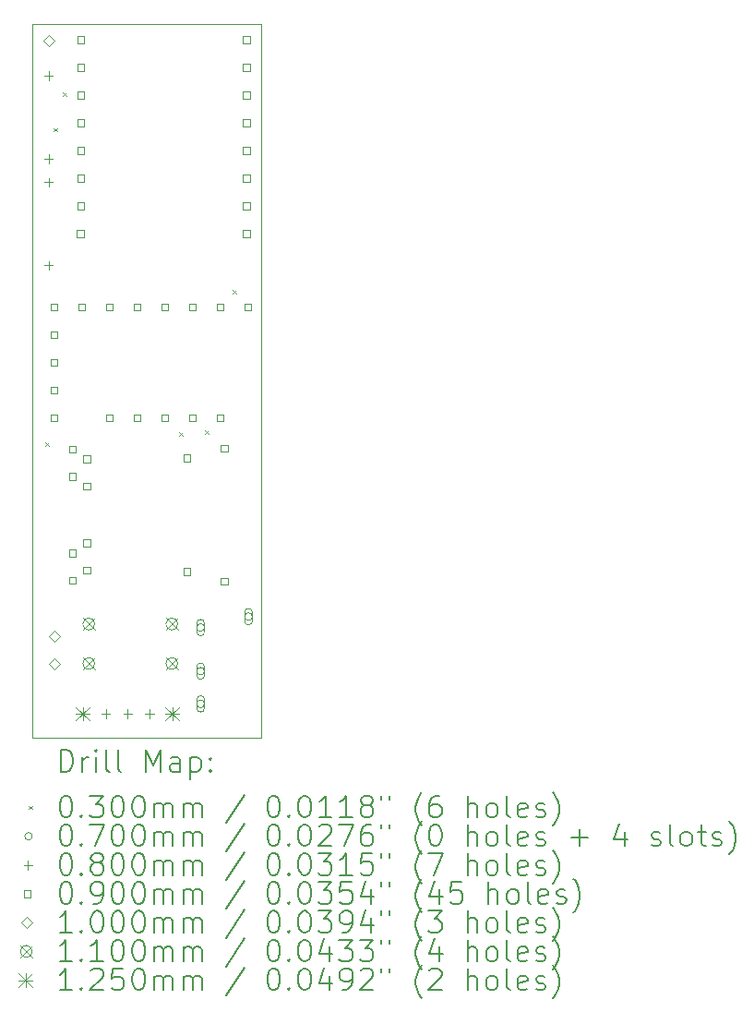
<source format=gbr>
%TF.GenerationSoftware,KiCad,Pcbnew,9.0.2*%
%TF.CreationDate,2025-07-15T04:34:07-04:00*%
%TF.ProjectId,FBT,4642542e-6b69-4636-9164-5f7063625858,rev?*%
%TF.SameCoordinates,Original*%
%TF.FileFunction,Drillmap*%
%TF.FilePolarity,Positive*%
%FSLAX45Y45*%
G04 Gerber Fmt 4.5, Leading zero omitted, Abs format (unit mm)*
G04 Created by KiCad (PCBNEW 9.0.2) date 2025-07-15 04:34:07*
%MOMM*%
%LPD*%
G01*
G04 APERTURE LIST*
%ADD10C,0.050000*%
%ADD11C,0.200000*%
%ADD12C,0.100000*%
%ADD13C,0.110000*%
%ADD14C,0.125000*%
G04 APERTURE END LIST*
D10*
X10507800Y-2437500D02*
X12609400Y-2437500D01*
X12609400Y-8977500D01*
X10507800Y-8977500D01*
X10507800Y-2437500D01*
D11*
D12*
X10625000Y-6275000D02*
X10655000Y-6305000D01*
X10655000Y-6275000D02*
X10625000Y-6305000D01*
X10700000Y-3390000D02*
X10730000Y-3420000D01*
X10730000Y-3390000D02*
X10700000Y-3420000D01*
X10785000Y-3065000D02*
X10815000Y-3095000D01*
X10815000Y-3065000D02*
X10785000Y-3095000D01*
X11854473Y-6180000D02*
X11884473Y-6210000D01*
X11884473Y-6180000D02*
X11854473Y-6210000D01*
X12090000Y-6165000D02*
X12120000Y-6195000D01*
X12120000Y-6165000D02*
X12090000Y-6195000D01*
X12345000Y-4875000D02*
X12375000Y-4905000D01*
X12375000Y-4875000D02*
X12345000Y-4905000D01*
X12084400Y-7970000D02*
G75*
G02*
X12014400Y-7970000I-35000J0D01*
G01*
X12014400Y-7970000D02*
G75*
G02*
X12084400Y-7970000I35000J0D01*
G01*
X12084400Y-8010000D02*
X12084400Y-7930000D01*
X12014400Y-7930000D02*
G75*
G02*
X12084400Y-7930000I35000J0D01*
G01*
X12014400Y-7930000D02*
X12014400Y-8010000D01*
X12014400Y-8010000D02*
G75*
G03*
X12084400Y-8010000I35000J0D01*
G01*
X12084400Y-8370000D02*
G75*
G02*
X12014400Y-8370000I-35000J0D01*
G01*
X12014400Y-8370000D02*
G75*
G02*
X12084400Y-8370000I35000J0D01*
G01*
X12084400Y-8410000D02*
X12084400Y-8330000D01*
X12014400Y-8330000D02*
G75*
G02*
X12084400Y-8330000I35000J0D01*
G01*
X12014400Y-8330000D02*
X12014400Y-8410000D01*
X12014400Y-8410000D02*
G75*
G03*
X12084400Y-8410000I35000J0D01*
G01*
X12084400Y-8670000D02*
G75*
G02*
X12014400Y-8670000I-35000J0D01*
G01*
X12014400Y-8670000D02*
G75*
G02*
X12084400Y-8670000I35000J0D01*
G01*
X12084400Y-8710000D02*
X12084400Y-8630000D01*
X12014400Y-8630000D02*
G75*
G02*
X12084400Y-8630000I35000J0D01*
G01*
X12014400Y-8630000D02*
X12014400Y-8710000D01*
X12014400Y-8710000D02*
G75*
G03*
X12084400Y-8710000I35000J0D01*
G01*
X12524400Y-7870000D02*
G75*
G02*
X12454400Y-7870000I-35000J0D01*
G01*
X12454400Y-7870000D02*
G75*
G02*
X12524400Y-7870000I35000J0D01*
G01*
X12524400Y-7910000D02*
X12524400Y-7830000D01*
X12454400Y-7830000D02*
G75*
G02*
X12524400Y-7830000I35000J0D01*
G01*
X12454400Y-7830000D02*
X12454400Y-7910000D01*
X12454400Y-7910000D02*
G75*
G03*
X12524400Y-7910000I35000J0D01*
G01*
X10655300Y-2868300D02*
X10655300Y-2948300D01*
X10615300Y-2908300D02*
X10695300Y-2908300D01*
X10655300Y-3630300D02*
X10655300Y-3710300D01*
X10615300Y-3670300D02*
X10695300Y-3670300D01*
X10655300Y-3846200D02*
X10655300Y-3926200D01*
X10615300Y-3886200D02*
X10695300Y-3886200D01*
X10655300Y-4608200D02*
X10655300Y-4688200D01*
X10615300Y-4648200D02*
X10695300Y-4648200D01*
X11180000Y-8720000D02*
X11180000Y-8800000D01*
X11140000Y-8760000D02*
X11220000Y-8760000D01*
X11380000Y-8720000D02*
X11380000Y-8800000D01*
X11340000Y-8760000D02*
X11420000Y-8760000D01*
X11580000Y-8720000D02*
X11580000Y-8800000D01*
X11540000Y-8760000D02*
X11620000Y-8760000D01*
X10735486Y-5061541D02*
X10735486Y-4997901D01*
X10671846Y-4997901D01*
X10671846Y-5061541D01*
X10735486Y-5061541D01*
X10735486Y-5315541D02*
X10735486Y-5251901D01*
X10671846Y-5251901D01*
X10671846Y-5315541D01*
X10735486Y-5315541D01*
X10735486Y-5569541D02*
X10735486Y-5505901D01*
X10671846Y-5505901D01*
X10671846Y-5569541D01*
X10735486Y-5569541D01*
X10735486Y-5823541D02*
X10735486Y-5759901D01*
X10671846Y-5759901D01*
X10671846Y-5823541D01*
X10735486Y-5823541D01*
X10735486Y-6077541D02*
X10735486Y-6013901D01*
X10671846Y-6013901D01*
X10671846Y-6077541D01*
X10735486Y-6077541D01*
X10906418Y-6367466D02*
X10906418Y-6303826D01*
X10842778Y-6303826D01*
X10842778Y-6367466D01*
X10906418Y-6367466D01*
X10906418Y-6617466D02*
X10906418Y-6553826D01*
X10842778Y-6553826D01*
X10842778Y-6617466D01*
X10906418Y-6617466D01*
X10906418Y-7317466D02*
X10906418Y-7253826D01*
X10842778Y-7253826D01*
X10842778Y-7317466D01*
X10906418Y-7317466D01*
X10906418Y-7567466D02*
X10906418Y-7503826D01*
X10842778Y-7503826D01*
X10842778Y-7567466D01*
X10906418Y-7567466D01*
X10979220Y-4388320D02*
X10979220Y-4324680D01*
X10915580Y-4324680D01*
X10915580Y-4388320D01*
X10979220Y-4388320D01*
X10983220Y-2610320D02*
X10983220Y-2546680D01*
X10919580Y-2546680D01*
X10919580Y-2610320D01*
X10983220Y-2610320D01*
X10983220Y-2864320D02*
X10983220Y-2800680D01*
X10919580Y-2800680D01*
X10919580Y-2864320D01*
X10983220Y-2864320D01*
X10983220Y-3118320D02*
X10983220Y-3054680D01*
X10919580Y-3054680D01*
X10919580Y-3118320D01*
X10983220Y-3118320D01*
X10983220Y-3372320D02*
X10983220Y-3308680D01*
X10919580Y-3308680D01*
X10919580Y-3372320D01*
X10983220Y-3372320D01*
X10983220Y-3626320D02*
X10983220Y-3562680D01*
X10919580Y-3562680D01*
X10919580Y-3626320D01*
X10983220Y-3626320D01*
X10983220Y-3880320D02*
X10983220Y-3816680D01*
X10919580Y-3816680D01*
X10919580Y-3880320D01*
X10983220Y-3880320D01*
X10983220Y-4134320D02*
X10983220Y-4070680D01*
X10919580Y-4070680D01*
X10919580Y-4134320D01*
X10983220Y-4134320D01*
X10991920Y-5061020D02*
X10991920Y-4997380D01*
X10928280Y-4997380D01*
X10928280Y-5061020D01*
X10991920Y-5061020D01*
X11036820Y-6456820D02*
X11036820Y-6393180D01*
X10973180Y-6393180D01*
X10973180Y-6456820D01*
X11036820Y-6456820D01*
X11036820Y-6706820D02*
X11036820Y-6643180D01*
X10973180Y-6643180D01*
X10973180Y-6706820D01*
X11036820Y-6706820D01*
X11036820Y-7226820D02*
X11036820Y-7163180D01*
X10973180Y-7163180D01*
X10973180Y-7226820D01*
X11036820Y-7226820D01*
X11036820Y-7476820D02*
X11036820Y-7413180D01*
X10973180Y-7413180D01*
X10973180Y-7476820D01*
X11036820Y-7476820D01*
X11245920Y-5061020D02*
X11245920Y-4997380D01*
X11182280Y-4997380D01*
X11182280Y-5061020D01*
X11245920Y-5061020D01*
X11245920Y-6077020D02*
X11245920Y-6013380D01*
X11182280Y-6013380D01*
X11182280Y-6077020D01*
X11245920Y-6077020D01*
X11499920Y-5061020D02*
X11499920Y-4997380D01*
X11436280Y-4997380D01*
X11436280Y-5061020D01*
X11499920Y-5061020D01*
X11499920Y-6077020D02*
X11499920Y-6013380D01*
X11436280Y-6013380D01*
X11436280Y-6077020D01*
X11499920Y-6077020D01*
X11753920Y-5061020D02*
X11753920Y-4997380D01*
X11690280Y-4997380D01*
X11690280Y-5061020D01*
X11753920Y-5061020D01*
X11753920Y-6077020D02*
X11753920Y-6013380D01*
X11690280Y-6013380D01*
X11690280Y-6077020D01*
X11753920Y-6077020D01*
X11956820Y-6446820D02*
X11956820Y-6383180D01*
X11893180Y-6383180D01*
X11893180Y-6446820D01*
X11956820Y-6446820D01*
X11956820Y-7486820D02*
X11956820Y-7423180D01*
X11893180Y-7423180D01*
X11893180Y-7486820D01*
X11956820Y-7486820D01*
X12007920Y-5061020D02*
X12007920Y-4997380D01*
X11944280Y-4997380D01*
X11944280Y-5061020D01*
X12007920Y-5061020D01*
X12007920Y-6077020D02*
X12007920Y-6013380D01*
X11944280Y-6013380D01*
X11944280Y-6077020D01*
X12007920Y-6077020D01*
X12261920Y-5061020D02*
X12261920Y-4997380D01*
X12198280Y-4997380D01*
X12198280Y-5061020D01*
X12261920Y-5061020D01*
X12261920Y-6077020D02*
X12261920Y-6013380D01*
X12198280Y-6013380D01*
X12198280Y-6077020D01*
X12261920Y-6077020D01*
X12296418Y-6357466D02*
X12296418Y-6293826D01*
X12232778Y-6293826D01*
X12232778Y-6357466D01*
X12296418Y-6357466D01*
X12296418Y-7577466D02*
X12296418Y-7513826D01*
X12232778Y-7513826D01*
X12232778Y-7577466D01*
X12296418Y-7577466D01*
X12503220Y-2610320D02*
X12503220Y-2546680D01*
X12439580Y-2546680D01*
X12439580Y-2610320D01*
X12503220Y-2610320D01*
X12503220Y-2864320D02*
X12503220Y-2800680D01*
X12439580Y-2800680D01*
X12439580Y-2864320D01*
X12503220Y-2864320D01*
X12503220Y-3118320D02*
X12503220Y-3054680D01*
X12439580Y-3054680D01*
X12439580Y-3118320D01*
X12503220Y-3118320D01*
X12503220Y-3372320D02*
X12503220Y-3308680D01*
X12439580Y-3308680D01*
X12439580Y-3372320D01*
X12503220Y-3372320D01*
X12503220Y-3626320D02*
X12503220Y-3562680D01*
X12439580Y-3562680D01*
X12439580Y-3626320D01*
X12503220Y-3626320D01*
X12503220Y-3880320D02*
X12503220Y-3816680D01*
X12439580Y-3816680D01*
X12439580Y-3880320D01*
X12503220Y-3880320D01*
X12503220Y-4134320D02*
X12503220Y-4070680D01*
X12439580Y-4070680D01*
X12439580Y-4134320D01*
X12503220Y-4134320D01*
X12503220Y-4388320D02*
X12503220Y-4324680D01*
X12439580Y-4324680D01*
X12439580Y-4388320D01*
X12503220Y-4388320D01*
X12515920Y-5061020D02*
X12515920Y-4997380D01*
X12452280Y-4997380D01*
X12452280Y-5061020D01*
X12515920Y-5061020D01*
X10655300Y-2640800D02*
X10705300Y-2590800D01*
X10655300Y-2540800D01*
X10605300Y-2590800D01*
X10655300Y-2640800D01*
X10706100Y-8101800D02*
X10756100Y-8051800D01*
X10706100Y-8001800D01*
X10656100Y-8051800D01*
X10706100Y-8101800D01*
X10706100Y-8355800D02*
X10756100Y-8305800D01*
X10706100Y-8255800D01*
X10656100Y-8305800D01*
X10706100Y-8355800D01*
D13*
X10968600Y-7882500D02*
X11078600Y-7992500D01*
X11078600Y-7882500D02*
X10968600Y-7992500D01*
X11078600Y-7937500D02*
G75*
G02*
X10968600Y-7937500I-55000J0D01*
G01*
X10968600Y-7937500D02*
G75*
G02*
X11078600Y-7937500I55000J0D01*
G01*
X10968600Y-8245000D02*
X11078600Y-8355000D01*
X11078600Y-8245000D02*
X10968600Y-8355000D01*
X11078600Y-8300000D02*
G75*
G02*
X10968600Y-8300000I-55000J0D01*
G01*
X10968600Y-8300000D02*
G75*
G02*
X11078600Y-8300000I55000J0D01*
G01*
X11730600Y-7882500D02*
X11840600Y-7992500D01*
X11840600Y-7882500D02*
X11730600Y-7992500D01*
X11840600Y-7937500D02*
G75*
G02*
X11730600Y-7937500I-55000J0D01*
G01*
X11730600Y-7937500D02*
G75*
G02*
X11840600Y-7937500I55000J0D01*
G01*
X11730600Y-8245000D02*
X11840600Y-8355000D01*
X11840600Y-8245000D02*
X11730600Y-8355000D01*
X11840600Y-8300000D02*
G75*
G02*
X11730600Y-8300000I-55000J0D01*
G01*
X11730600Y-8300000D02*
G75*
G02*
X11840600Y-8300000I55000J0D01*
G01*
D14*
X10907500Y-8697500D02*
X11032500Y-8822500D01*
X11032500Y-8697500D02*
X10907500Y-8822500D01*
X10970000Y-8697500D02*
X10970000Y-8822500D01*
X10907500Y-8760000D02*
X11032500Y-8760000D01*
X11727500Y-8697500D02*
X11852500Y-8822500D01*
X11852500Y-8697500D02*
X11727500Y-8822500D01*
X11790000Y-8697500D02*
X11790000Y-8822500D01*
X11727500Y-8760000D02*
X11852500Y-8760000D01*
D11*
X10766077Y-9291484D02*
X10766077Y-9091484D01*
X10766077Y-9091484D02*
X10813696Y-9091484D01*
X10813696Y-9091484D02*
X10842267Y-9101008D01*
X10842267Y-9101008D02*
X10861315Y-9120055D01*
X10861315Y-9120055D02*
X10870839Y-9139103D01*
X10870839Y-9139103D02*
X10880363Y-9177198D01*
X10880363Y-9177198D02*
X10880363Y-9205770D01*
X10880363Y-9205770D02*
X10870839Y-9243865D01*
X10870839Y-9243865D02*
X10861315Y-9262912D01*
X10861315Y-9262912D02*
X10842267Y-9281960D01*
X10842267Y-9281960D02*
X10813696Y-9291484D01*
X10813696Y-9291484D02*
X10766077Y-9291484D01*
X10966077Y-9291484D02*
X10966077Y-9158150D01*
X10966077Y-9196246D02*
X10975601Y-9177198D01*
X10975601Y-9177198D02*
X10985124Y-9167674D01*
X10985124Y-9167674D02*
X11004172Y-9158150D01*
X11004172Y-9158150D02*
X11023220Y-9158150D01*
X11089886Y-9291484D02*
X11089886Y-9158150D01*
X11089886Y-9091484D02*
X11080363Y-9101008D01*
X11080363Y-9101008D02*
X11089886Y-9110531D01*
X11089886Y-9110531D02*
X11099410Y-9101008D01*
X11099410Y-9101008D02*
X11089886Y-9091484D01*
X11089886Y-9091484D02*
X11089886Y-9110531D01*
X11213696Y-9291484D02*
X11194648Y-9281960D01*
X11194648Y-9281960D02*
X11185124Y-9262912D01*
X11185124Y-9262912D02*
X11185124Y-9091484D01*
X11318458Y-9291484D02*
X11299410Y-9281960D01*
X11299410Y-9281960D02*
X11289886Y-9262912D01*
X11289886Y-9262912D02*
X11289886Y-9091484D01*
X11547029Y-9291484D02*
X11547029Y-9091484D01*
X11547029Y-9091484D02*
X11613696Y-9234341D01*
X11613696Y-9234341D02*
X11680362Y-9091484D01*
X11680362Y-9091484D02*
X11680362Y-9291484D01*
X11861315Y-9291484D02*
X11861315Y-9186722D01*
X11861315Y-9186722D02*
X11851791Y-9167674D01*
X11851791Y-9167674D02*
X11832743Y-9158150D01*
X11832743Y-9158150D02*
X11794648Y-9158150D01*
X11794648Y-9158150D02*
X11775601Y-9167674D01*
X11861315Y-9281960D02*
X11842267Y-9291484D01*
X11842267Y-9291484D02*
X11794648Y-9291484D01*
X11794648Y-9291484D02*
X11775601Y-9281960D01*
X11775601Y-9281960D02*
X11766077Y-9262912D01*
X11766077Y-9262912D02*
X11766077Y-9243865D01*
X11766077Y-9243865D02*
X11775601Y-9224817D01*
X11775601Y-9224817D02*
X11794648Y-9215293D01*
X11794648Y-9215293D02*
X11842267Y-9215293D01*
X11842267Y-9215293D02*
X11861315Y-9205770D01*
X11956553Y-9158150D02*
X11956553Y-9358150D01*
X11956553Y-9167674D02*
X11975601Y-9158150D01*
X11975601Y-9158150D02*
X12013696Y-9158150D01*
X12013696Y-9158150D02*
X12032743Y-9167674D01*
X12032743Y-9167674D02*
X12042267Y-9177198D01*
X12042267Y-9177198D02*
X12051791Y-9196246D01*
X12051791Y-9196246D02*
X12051791Y-9253389D01*
X12051791Y-9253389D02*
X12042267Y-9272436D01*
X12042267Y-9272436D02*
X12032743Y-9281960D01*
X12032743Y-9281960D02*
X12013696Y-9291484D01*
X12013696Y-9291484D02*
X11975601Y-9291484D01*
X11975601Y-9291484D02*
X11956553Y-9281960D01*
X12137505Y-9272436D02*
X12147029Y-9281960D01*
X12147029Y-9281960D02*
X12137505Y-9291484D01*
X12137505Y-9291484D02*
X12127982Y-9281960D01*
X12127982Y-9281960D02*
X12137505Y-9272436D01*
X12137505Y-9272436D02*
X12137505Y-9291484D01*
X12137505Y-9167674D02*
X12147029Y-9177198D01*
X12147029Y-9177198D02*
X12137505Y-9186722D01*
X12137505Y-9186722D02*
X12127982Y-9177198D01*
X12127982Y-9177198D02*
X12137505Y-9167674D01*
X12137505Y-9167674D02*
X12137505Y-9186722D01*
D12*
X10475300Y-9605000D02*
X10505300Y-9635000D01*
X10505300Y-9605000D02*
X10475300Y-9635000D01*
D11*
X10804172Y-9511484D02*
X10823220Y-9511484D01*
X10823220Y-9511484D02*
X10842267Y-9521008D01*
X10842267Y-9521008D02*
X10851791Y-9530531D01*
X10851791Y-9530531D02*
X10861315Y-9549579D01*
X10861315Y-9549579D02*
X10870839Y-9587674D01*
X10870839Y-9587674D02*
X10870839Y-9635293D01*
X10870839Y-9635293D02*
X10861315Y-9673389D01*
X10861315Y-9673389D02*
X10851791Y-9692436D01*
X10851791Y-9692436D02*
X10842267Y-9701960D01*
X10842267Y-9701960D02*
X10823220Y-9711484D01*
X10823220Y-9711484D02*
X10804172Y-9711484D01*
X10804172Y-9711484D02*
X10785124Y-9701960D01*
X10785124Y-9701960D02*
X10775601Y-9692436D01*
X10775601Y-9692436D02*
X10766077Y-9673389D01*
X10766077Y-9673389D02*
X10756553Y-9635293D01*
X10756553Y-9635293D02*
X10756553Y-9587674D01*
X10756553Y-9587674D02*
X10766077Y-9549579D01*
X10766077Y-9549579D02*
X10775601Y-9530531D01*
X10775601Y-9530531D02*
X10785124Y-9521008D01*
X10785124Y-9521008D02*
X10804172Y-9511484D01*
X10956553Y-9692436D02*
X10966077Y-9701960D01*
X10966077Y-9701960D02*
X10956553Y-9711484D01*
X10956553Y-9711484D02*
X10947029Y-9701960D01*
X10947029Y-9701960D02*
X10956553Y-9692436D01*
X10956553Y-9692436D02*
X10956553Y-9711484D01*
X11032744Y-9511484D02*
X11156553Y-9511484D01*
X11156553Y-9511484D02*
X11089886Y-9587674D01*
X11089886Y-9587674D02*
X11118458Y-9587674D01*
X11118458Y-9587674D02*
X11137505Y-9597198D01*
X11137505Y-9597198D02*
X11147029Y-9606722D01*
X11147029Y-9606722D02*
X11156553Y-9625770D01*
X11156553Y-9625770D02*
X11156553Y-9673389D01*
X11156553Y-9673389D02*
X11147029Y-9692436D01*
X11147029Y-9692436D02*
X11137505Y-9701960D01*
X11137505Y-9701960D02*
X11118458Y-9711484D01*
X11118458Y-9711484D02*
X11061315Y-9711484D01*
X11061315Y-9711484D02*
X11042267Y-9701960D01*
X11042267Y-9701960D02*
X11032744Y-9692436D01*
X11280362Y-9511484D02*
X11299410Y-9511484D01*
X11299410Y-9511484D02*
X11318458Y-9521008D01*
X11318458Y-9521008D02*
X11327982Y-9530531D01*
X11327982Y-9530531D02*
X11337505Y-9549579D01*
X11337505Y-9549579D02*
X11347029Y-9587674D01*
X11347029Y-9587674D02*
X11347029Y-9635293D01*
X11347029Y-9635293D02*
X11337505Y-9673389D01*
X11337505Y-9673389D02*
X11327982Y-9692436D01*
X11327982Y-9692436D02*
X11318458Y-9701960D01*
X11318458Y-9701960D02*
X11299410Y-9711484D01*
X11299410Y-9711484D02*
X11280362Y-9711484D01*
X11280362Y-9711484D02*
X11261315Y-9701960D01*
X11261315Y-9701960D02*
X11251791Y-9692436D01*
X11251791Y-9692436D02*
X11242267Y-9673389D01*
X11242267Y-9673389D02*
X11232743Y-9635293D01*
X11232743Y-9635293D02*
X11232743Y-9587674D01*
X11232743Y-9587674D02*
X11242267Y-9549579D01*
X11242267Y-9549579D02*
X11251791Y-9530531D01*
X11251791Y-9530531D02*
X11261315Y-9521008D01*
X11261315Y-9521008D02*
X11280362Y-9511484D01*
X11470839Y-9511484D02*
X11489886Y-9511484D01*
X11489886Y-9511484D02*
X11508934Y-9521008D01*
X11508934Y-9521008D02*
X11518458Y-9530531D01*
X11518458Y-9530531D02*
X11527982Y-9549579D01*
X11527982Y-9549579D02*
X11537505Y-9587674D01*
X11537505Y-9587674D02*
X11537505Y-9635293D01*
X11537505Y-9635293D02*
X11527982Y-9673389D01*
X11527982Y-9673389D02*
X11518458Y-9692436D01*
X11518458Y-9692436D02*
X11508934Y-9701960D01*
X11508934Y-9701960D02*
X11489886Y-9711484D01*
X11489886Y-9711484D02*
X11470839Y-9711484D01*
X11470839Y-9711484D02*
X11451791Y-9701960D01*
X11451791Y-9701960D02*
X11442267Y-9692436D01*
X11442267Y-9692436D02*
X11432743Y-9673389D01*
X11432743Y-9673389D02*
X11423220Y-9635293D01*
X11423220Y-9635293D02*
X11423220Y-9587674D01*
X11423220Y-9587674D02*
X11432743Y-9549579D01*
X11432743Y-9549579D02*
X11442267Y-9530531D01*
X11442267Y-9530531D02*
X11451791Y-9521008D01*
X11451791Y-9521008D02*
X11470839Y-9511484D01*
X11623220Y-9711484D02*
X11623220Y-9578150D01*
X11623220Y-9597198D02*
X11632743Y-9587674D01*
X11632743Y-9587674D02*
X11651791Y-9578150D01*
X11651791Y-9578150D02*
X11680363Y-9578150D01*
X11680363Y-9578150D02*
X11699410Y-9587674D01*
X11699410Y-9587674D02*
X11708934Y-9606722D01*
X11708934Y-9606722D02*
X11708934Y-9711484D01*
X11708934Y-9606722D02*
X11718458Y-9587674D01*
X11718458Y-9587674D02*
X11737505Y-9578150D01*
X11737505Y-9578150D02*
X11766077Y-9578150D01*
X11766077Y-9578150D02*
X11785124Y-9587674D01*
X11785124Y-9587674D02*
X11794648Y-9606722D01*
X11794648Y-9606722D02*
X11794648Y-9711484D01*
X11889886Y-9711484D02*
X11889886Y-9578150D01*
X11889886Y-9597198D02*
X11899410Y-9587674D01*
X11899410Y-9587674D02*
X11918458Y-9578150D01*
X11918458Y-9578150D02*
X11947029Y-9578150D01*
X11947029Y-9578150D02*
X11966077Y-9587674D01*
X11966077Y-9587674D02*
X11975601Y-9606722D01*
X11975601Y-9606722D02*
X11975601Y-9711484D01*
X11975601Y-9606722D02*
X11985124Y-9587674D01*
X11985124Y-9587674D02*
X12004172Y-9578150D01*
X12004172Y-9578150D02*
X12032743Y-9578150D01*
X12032743Y-9578150D02*
X12051791Y-9587674D01*
X12051791Y-9587674D02*
X12061315Y-9606722D01*
X12061315Y-9606722D02*
X12061315Y-9711484D01*
X12451791Y-9501960D02*
X12280363Y-9759103D01*
X12708934Y-9511484D02*
X12727982Y-9511484D01*
X12727982Y-9511484D02*
X12747029Y-9521008D01*
X12747029Y-9521008D02*
X12756553Y-9530531D01*
X12756553Y-9530531D02*
X12766077Y-9549579D01*
X12766077Y-9549579D02*
X12775601Y-9587674D01*
X12775601Y-9587674D02*
X12775601Y-9635293D01*
X12775601Y-9635293D02*
X12766077Y-9673389D01*
X12766077Y-9673389D02*
X12756553Y-9692436D01*
X12756553Y-9692436D02*
X12747029Y-9701960D01*
X12747029Y-9701960D02*
X12727982Y-9711484D01*
X12727982Y-9711484D02*
X12708934Y-9711484D01*
X12708934Y-9711484D02*
X12689886Y-9701960D01*
X12689886Y-9701960D02*
X12680363Y-9692436D01*
X12680363Y-9692436D02*
X12670839Y-9673389D01*
X12670839Y-9673389D02*
X12661315Y-9635293D01*
X12661315Y-9635293D02*
X12661315Y-9587674D01*
X12661315Y-9587674D02*
X12670839Y-9549579D01*
X12670839Y-9549579D02*
X12680363Y-9530531D01*
X12680363Y-9530531D02*
X12689886Y-9521008D01*
X12689886Y-9521008D02*
X12708934Y-9511484D01*
X12861315Y-9692436D02*
X12870839Y-9701960D01*
X12870839Y-9701960D02*
X12861315Y-9711484D01*
X12861315Y-9711484D02*
X12851791Y-9701960D01*
X12851791Y-9701960D02*
X12861315Y-9692436D01*
X12861315Y-9692436D02*
X12861315Y-9711484D01*
X12994648Y-9511484D02*
X13013696Y-9511484D01*
X13013696Y-9511484D02*
X13032744Y-9521008D01*
X13032744Y-9521008D02*
X13042267Y-9530531D01*
X13042267Y-9530531D02*
X13051791Y-9549579D01*
X13051791Y-9549579D02*
X13061315Y-9587674D01*
X13061315Y-9587674D02*
X13061315Y-9635293D01*
X13061315Y-9635293D02*
X13051791Y-9673389D01*
X13051791Y-9673389D02*
X13042267Y-9692436D01*
X13042267Y-9692436D02*
X13032744Y-9701960D01*
X13032744Y-9701960D02*
X13013696Y-9711484D01*
X13013696Y-9711484D02*
X12994648Y-9711484D01*
X12994648Y-9711484D02*
X12975601Y-9701960D01*
X12975601Y-9701960D02*
X12966077Y-9692436D01*
X12966077Y-9692436D02*
X12956553Y-9673389D01*
X12956553Y-9673389D02*
X12947029Y-9635293D01*
X12947029Y-9635293D02*
X12947029Y-9587674D01*
X12947029Y-9587674D02*
X12956553Y-9549579D01*
X12956553Y-9549579D02*
X12966077Y-9530531D01*
X12966077Y-9530531D02*
X12975601Y-9521008D01*
X12975601Y-9521008D02*
X12994648Y-9511484D01*
X13251791Y-9711484D02*
X13137506Y-9711484D01*
X13194648Y-9711484D02*
X13194648Y-9511484D01*
X13194648Y-9511484D02*
X13175601Y-9540055D01*
X13175601Y-9540055D02*
X13156553Y-9559103D01*
X13156553Y-9559103D02*
X13137506Y-9568627D01*
X13442267Y-9711484D02*
X13327982Y-9711484D01*
X13385125Y-9711484D02*
X13385125Y-9511484D01*
X13385125Y-9511484D02*
X13366077Y-9540055D01*
X13366077Y-9540055D02*
X13347029Y-9559103D01*
X13347029Y-9559103D02*
X13327982Y-9568627D01*
X13556553Y-9597198D02*
X13537506Y-9587674D01*
X13537506Y-9587674D02*
X13527982Y-9578150D01*
X13527982Y-9578150D02*
X13518458Y-9559103D01*
X13518458Y-9559103D02*
X13518458Y-9549579D01*
X13518458Y-9549579D02*
X13527982Y-9530531D01*
X13527982Y-9530531D02*
X13537506Y-9521008D01*
X13537506Y-9521008D02*
X13556553Y-9511484D01*
X13556553Y-9511484D02*
X13594648Y-9511484D01*
X13594648Y-9511484D02*
X13613696Y-9521008D01*
X13613696Y-9521008D02*
X13623220Y-9530531D01*
X13623220Y-9530531D02*
X13632744Y-9549579D01*
X13632744Y-9549579D02*
X13632744Y-9559103D01*
X13632744Y-9559103D02*
X13623220Y-9578150D01*
X13623220Y-9578150D02*
X13613696Y-9587674D01*
X13613696Y-9587674D02*
X13594648Y-9597198D01*
X13594648Y-9597198D02*
X13556553Y-9597198D01*
X13556553Y-9597198D02*
X13537506Y-9606722D01*
X13537506Y-9606722D02*
X13527982Y-9616246D01*
X13527982Y-9616246D02*
X13518458Y-9635293D01*
X13518458Y-9635293D02*
X13518458Y-9673389D01*
X13518458Y-9673389D02*
X13527982Y-9692436D01*
X13527982Y-9692436D02*
X13537506Y-9701960D01*
X13537506Y-9701960D02*
X13556553Y-9711484D01*
X13556553Y-9711484D02*
X13594648Y-9711484D01*
X13594648Y-9711484D02*
X13613696Y-9701960D01*
X13613696Y-9701960D02*
X13623220Y-9692436D01*
X13623220Y-9692436D02*
X13632744Y-9673389D01*
X13632744Y-9673389D02*
X13632744Y-9635293D01*
X13632744Y-9635293D02*
X13623220Y-9616246D01*
X13623220Y-9616246D02*
X13613696Y-9606722D01*
X13613696Y-9606722D02*
X13594648Y-9597198D01*
X13708934Y-9511484D02*
X13708934Y-9549579D01*
X13785125Y-9511484D02*
X13785125Y-9549579D01*
X14080363Y-9787674D02*
X14070839Y-9778150D01*
X14070839Y-9778150D02*
X14051791Y-9749579D01*
X14051791Y-9749579D02*
X14042268Y-9730531D01*
X14042268Y-9730531D02*
X14032744Y-9701960D01*
X14032744Y-9701960D02*
X14023220Y-9654341D01*
X14023220Y-9654341D02*
X14023220Y-9616246D01*
X14023220Y-9616246D02*
X14032744Y-9568627D01*
X14032744Y-9568627D02*
X14042268Y-9540055D01*
X14042268Y-9540055D02*
X14051791Y-9521008D01*
X14051791Y-9521008D02*
X14070839Y-9492436D01*
X14070839Y-9492436D02*
X14080363Y-9482912D01*
X14242268Y-9511484D02*
X14204172Y-9511484D01*
X14204172Y-9511484D02*
X14185125Y-9521008D01*
X14185125Y-9521008D02*
X14175601Y-9530531D01*
X14175601Y-9530531D02*
X14156553Y-9559103D01*
X14156553Y-9559103D02*
X14147029Y-9597198D01*
X14147029Y-9597198D02*
X14147029Y-9673389D01*
X14147029Y-9673389D02*
X14156553Y-9692436D01*
X14156553Y-9692436D02*
X14166077Y-9701960D01*
X14166077Y-9701960D02*
X14185125Y-9711484D01*
X14185125Y-9711484D02*
X14223220Y-9711484D01*
X14223220Y-9711484D02*
X14242268Y-9701960D01*
X14242268Y-9701960D02*
X14251791Y-9692436D01*
X14251791Y-9692436D02*
X14261315Y-9673389D01*
X14261315Y-9673389D02*
X14261315Y-9625770D01*
X14261315Y-9625770D02*
X14251791Y-9606722D01*
X14251791Y-9606722D02*
X14242268Y-9597198D01*
X14242268Y-9597198D02*
X14223220Y-9587674D01*
X14223220Y-9587674D02*
X14185125Y-9587674D01*
X14185125Y-9587674D02*
X14166077Y-9597198D01*
X14166077Y-9597198D02*
X14156553Y-9606722D01*
X14156553Y-9606722D02*
X14147029Y-9625770D01*
X14499410Y-9711484D02*
X14499410Y-9511484D01*
X14585125Y-9711484D02*
X14585125Y-9606722D01*
X14585125Y-9606722D02*
X14575601Y-9587674D01*
X14575601Y-9587674D02*
X14556553Y-9578150D01*
X14556553Y-9578150D02*
X14527982Y-9578150D01*
X14527982Y-9578150D02*
X14508934Y-9587674D01*
X14508934Y-9587674D02*
X14499410Y-9597198D01*
X14708934Y-9711484D02*
X14689887Y-9701960D01*
X14689887Y-9701960D02*
X14680363Y-9692436D01*
X14680363Y-9692436D02*
X14670839Y-9673389D01*
X14670839Y-9673389D02*
X14670839Y-9616246D01*
X14670839Y-9616246D02*
X14680363Y-9597198D01*
X14680363Y-9597198D02*
X14689887Y-9587674D01*
X14689887Y-9587674D02*
X14708934Y-9578150D01*
X14708934Y-9578150D02*
X14737506Y-9578150D01*
X14737506Y-9578150D02*
X14756553Y-9587674D01*
X14756553Y-9587674D02*
X14766077Y-9597198D01*
X14766077Y-9597198D02*
X14775601Y-9616246D01*
X14775601Y-9616246D02*
X14775601Y-9673389D01*
X14775601Y-9673389D02*
X14766077Y-9692436D01*
X14766077Y-9692436D02*
X14756553Y-9701960D01*
X14756553Y-9701960D02*
X14737506Y-9711484D01*
X14737506Y-9711484D02*
X14708934Y-9711484D01*
X14889887Y-9711484D02*
X14870839Y-9701960D01*
X14870839Y-9701960D02*
X14861315Y-9682912D01*
X14861315Y-9682912D02*
X14861315Y-9511484D01*
X15042268Y-9701960D02*
X15023220Y-9711484D01*
X15023220Y-9711484D02*
X14985125Y-9711484D01*
X14985125Y-9711484D02*
X14966077Y-9701960D01*
X14966077Y-9701960D02*
X14956553Y-9682912D01*
X14956553Y-9682912D02*
X14956553Y-9606722D01*
X14956553Y-9606722D02*
X14966077Y-9587674D01*
X14966077Y-9587674D02*
X14985125Y-9578150D01*
X14985125Y-9578150D02*
X15023220Y-9578150D01*
X15023220Y-9578150D02*
X15042268Y-9587674D01*
X15042268Y-9587674D02*
X15051791Y-9606722D01*
X15051791Y-9606722D02*
X15051791Y-9625770D01*
X15051791Y-9625770D02*
X14956553Y-9644817D01*
X15127982Y-9701960D02*
X15147030Y-9711484D01*
X15147030Y-9711484D02*
X15185125Y-9711484D01*
X15185125Y-9711484D02*
X15204172Y-9701960D01*
X15204172Y-9701960D02*
X15213696Y-9682912D01*
X15213696Y-9682912D02*
X15213696Y-9673389D01*
X15213696Y-9673389D02*
X15204172Y-9654341D01*
X15204172Y-9654341D02*
X15185125Y-9644817D01*
X15185125Y-9644817D02*
X15156553Y-9644817D01*
X15156553Y-9644817D02*
X15137506Y-9635293D01*
X15137506Y-9635293D02*
X15127982Y-9616246D01*
X15127982Y-9616246D02*
X15127982Y-9606722D01*
X15127982Y-9606722D02*
X15137506Y-9587674D01*
X15137506Y-9587674D02*
X15156553Y-9578150D01*
X15156553Y-9578150D02*
X15185125Y-9578150D01*
X15185125Y-9578150D02*
X15204172Y-9587674D01*
X15280363Y-9787674D02*
X15289887Y-9778150D01*
X15289887Y-9778150D02*
X15308934Y-9749579D01*
X15308934Y-9749579D02*
X15318458Y-9730531D01*
X15318458Y-9730531D02*
X15327982Y-9701960D01*
X15327982Y-9701960D02*
X15337506Y-9654341D01*
X15337506Y-9654341D02*
X15337506Y-9616246D01*
X15337506Y-9616246D02*
X15327982Y-9568627D01*
X15327982Y-9568627D02*
X15318458Y-9540055D01*
X15318458Y-9540055D02*
X15308934Y-9521008D01*
X15308934Y-9521008D02*
X15289887Y-9492436D01*
X15289887Y-9492436D02*
X15280363Y-9482912D01*
D12*
X10505300Y-9884000D02*
G75*
G02*
X10435300Y-9884000I-35000J0D01*
G01*
X10435300Y-9884000D02*
G75*
G02*
X10505300Y-9884000I35000J0D01*
G01*
D11*
X10804172Y-9775484D02*
X10823220Y-9775484D01*
X10823220Y-9775484D02*
X10842267Y-9785008D01*
X10842267Y-9785008D02*
X10851791Y-9794531D01*
X10851791Y-9794531D02*
X10861315Y-9813579D01*
X10861315Y-9813579D02*
X10870839Y-9851674D01*
X10870839Y-9851674D02*
X10870839Y-9899293D01*
X10870839Y-9899293D02*
X10861315Y-9937389D01*
X10861315Y-9937389D02*
X10851791Y-9956436D01*
X10851791Y-9956436D02*
X10842267Y-9965960D01*
X10842267Y-9965960D02*
X10823220Y-9975484D01*
X10823220Y-9975484D02*
X10804172Y-9975484D01*
X10804172Y-9975484D02*
X10785124Y-9965960D01*
X10785124Y-9965960D02*
X10775601Y-9956436D01*
X10775601Y-9956436D02*
X10766077Y-9937389D01*
X10766077Y-9937389D02*
X10756553Y-9899293D01*
X10756553Y-9899293D02*
X10756553Y-9851674D01*
X10756553Y-9851674D02*
X10766077Y-9813579D01*
X10766077Y-9813579D02*
X10775601Y-9794531D01*
X10775601Y-9794531D02*
X10785124Y-9785008D01*
X10785124Y-9785008D02*
X10804172Y-9775484D01*
X10956553Y-9956436D02*
X10966077Y-9965960D01*
X10966077Y-9965960D02*
X10956553Y-9975484D01*
X10956553Y-9975484D02*
X10947029Y-9965960D01*
X10947029Y-9965960D02*
X10956553Y-9956436D01*
X10956553Y-9956436D02*
X10956553Y-9975484D01*
X11032744Y-9775484D02*
X11166077Y-9775484D01*
X11166077Y-9775484D02*
X11080363Y-9975484D01*
X11280362Y-9775484D02*
X11299410Y-9775484D01*
X11299410Y-9775484D02*
X11318458Y-9785008D01*
X11318458Y-9785008D02*
X11327982Y-9794531D01*
X11327982Y-9794531D02*
X11337505Y-9813579D01*
X11337505Y-9813579D02*
X11347029Y-9851674D01*
X11347029Y-9851674D02*
X11347029Y-9899293D01*
X11347029Y-9899293D02*
X11337505Y-9937389D01*
X11337505Y-9937389D02*
X11327982Y-9956436D01*
X11327982Y-9956436D02*
X11318458Y-9965960D01*
X11318458Y-9965960D02*
X11299410Y-9975484D01*
X11299410Y-9975484D02*
X11280362Y-9975484D01*
X11280362Y-9975484D02*
X11261315Y-9965960D01*
X11261315Y-9965960D02*
X11251791Y-9956436D01*
X11251791Y-9956436D02*
X11242267Y-9937389D01*
X11242267Y-9937389D02*
X11232743Y-9899293D01*
X11232743Y-9899293D02*
X11232743Y-9851674D01*
X11232743Y-9851674D02*
X11242267Y-9813579D01*
X11242267Y-9813579D02*
X11251791Y-9794531D01*
X11251791Y-9794531D02*
X11261315Y-9785008D01*
X11261315Y-9785008D02*
X11280362Y-9775484D01*
X11470839Y-9775484D02*
X11489886Y-9775484D01*
X11489886Y-9775484D02*
X11508934Y-9785008D01*
X11508934Y-9785008D02*
X11518458Y-9794531D01*
X11518458Y-9794531D02*
X11527982Y-9813579D01*
X11527982Y-9813579D02*
X11537505Y-9851674D01*
X11537505Y-9851674D02*
X11537505Y-9899293D01*
X11537505Y-9899293D02*
X11527982Y-9937389D01*
X11527982Y-9937389D02*
X11518458Y-9956436D01*
X11518458Y-9956436D02*
X11508934Y-9965960D01*
X11508934Y-9965960D02*
X11489886Y-9975484D01*
X11489886Y-9975484D02*
X11470839Y-9975484D01*
X11470839Y-9975484D02*
X11451791Y-9965960D01*
X11451791Y-9965960D02*
X11442267Y-9956436D01*
X11442267Y-9956436D02*
X11432743Y-9937389D01*
X11432743Y-9937389D02*
X11423220Y-9899293D01*
X11423220Y-9899293D02*
X11423220Y-9851674D01*
X11423220Y-9851674D02*
X11432743Y-9813579D01*
X11432743Y-9813579D02*
X11442267Y-9794531D01*
X11442267Y-9794531D02*
X11451791Y-9785008D01*
X11451791Y-9785008D02*
X11470839Y-9775484D01*
X11623220Y-9975484D02*
X11623220Y-9842150D01*
X11623220Y-9861198D02*
X11632743Y-9851674D01*
X11632743Y-9851674D02*
X11651791Y-9842150D01*
X11651791Y-9842150D02*
X11680363Y-9842150D01*
X11680363Y-9842150D02*
X11699410Y-9851674D01*
X11699410Y-9851674D02*
X11708934Y-9870722D01*
X11708934Y-9870722D02*
X11708934Y-9975484D01*
X11708934Y-9870722D02*
X11718458Y-9851674D01*
X11718458Y-9851674D02*
X11737505Y-9842150D01*
X11737505Y-9842150D02*
X11766077Y-9842150D01*
X11766077Y-9842150D02*
X11785124Y-9851674D01*
X11785124Y-9851674D02*
X11794648Y-9870722D01*
X11794648Y-9870722D02*
X11794648Y-9975484D01*
X11889886Y-9975484D02*
X11889886Y-9842150D01*
X11889886Y-9861198D02*
X11899410Y-9851674D01*
X11899410Y-9851674D02*
X11918458Y-9842150D01*
X11918458Y-9842150D02*
X11947029Y-9842150D01*
X11947029Y-9842150D02*
X11966077Y-9851674D01*
X11966077Y-9851674D02*
X11975601Y-9870722D01*
X11975601Y-9870722D02*
X11975601Y-9975484D01*
X11975601Y-9870722D02*
X11985124Y-9851674D01*
X11985124Y-9851674D02*
X12004172Y-9842150D01*
X12004172Y-9842150D02*
X12032743Y-9842150D01*
X12032743Y-9842150D02*
X12051791Y-9851674D01*
X12051791Y-9851674D02*
X12061315Y-9870722D01*
X12061315Y-9870722D02*
X12061315Y-9975484D01*
X12451791Y-9765960D02*
X12280363Y-10023103D01*
X12708934Y-9775484D02*
X12727982Y-9775484D01*
X12727982Y-9775484D02*
X12747029Y-9785008D01*
X12747029Y-9785008D02*
X12756553Y-9794531D01*
X12756553Y-9794531D02*
X12766077Y-9813579D01*
X12766077Y-9813579D02*
X12775601Y-9851674D01*
X12775601Y-9851674D02*
X12775601Y-9899293D01*
X12775601Y-9899293D02*
X12766077Y-9937389D01*
X12766077Y-9937389D02*
X12756553Y-9956436D01*
X12756553Y-9956436D02*
X12747029Y-9965960D01*
X12747029Y-9965960D02*
X12727982Y-9975484D01*
X12727982Y-9975484D02*
X12708934Y-9975484D01*
X12708934Y-9975484D02*
X12689886Y-9965960D01*
X12689886Y-9965960D02*
X12680363Y-9956436D01*
X12680363Y-9956436D02*
X12670839Y-9937389D01*
X12670839Y-9937389D02*
X12661315Y-9899293D01*
X12661315Y-9899293D02*
X12661315Y-9851674D01*
X12661315Y-9851674D02*
X12670839Y-9813579D01*
X12670839Y-9813579D02*
X12680363Y-9794531D01*
X12680363Y-9794531D02*
X12689886Y-9785008D01*
X12689886Y-9785008D02*
X12708934Y-9775484D01*
X12861315Y-9956436D02*
X12870839Y-9965960D01*
X12870839Y-9965960D02*
X12861315Y-9975484D01*
X12861315Y-9975484D02*
X12851791Y-9965960D01*
X12851791Y-9965960D02*
X12861315Y-9956436D01*
X12861315Y-9956436D02*
X12861315Y-9975484D01*
X12994648Y-9775484D02*
X13013696Y-9775484D01*
X13013696Y-9775484D02*
X13032744Y-9785008D01*
X13032744Y-9785008D02*
X13042267Y-9794531D01*
X13042267Y-9794531D02*
X13051791Y-9813579D01*
X13051791Y-9813579D02*
X13061315Y-9851674D01*
X13061315Y-9851674D02*
X13061315Y-9899293D01*
X13061315Y-9899293D02*
X13051791Y-9937389D01*
X13051791Y-9937389D02*
X13042267Y-9956436D01*
X13042267Y-9956436D02*
X13032744Y-9965960D01*
X13032744Y-9965960D02*
X13013696Y-9975484D01*
X13013696Y-9975484D02*
X12994648Y-9975484D01*
X12994648Y-9975484D02*
X12975601Y-9965960D01*
X12975601Y-9965960D02*
X12966077Y-9956436D01*
X12966077Y-9956436D02*
X12956553Y-9937389D01*
X12956553Y-9937389D02*
X12947029Y-9899293D01*
X12947029Y-9899293D02*
X12947029Y-9851674D01*
X12947029Y-9851674D02*
X12956553Y-9813579D01*
X12956553Y-9813579D02*
X12966077Y-9794531D01*
X12966077Y-9794531D02*
X12975601Y-9785008D01*
X12975601Y-9785008D02*
X12994648Y-9775484D01*
X13137506Y-9794531D02*
X13147029Y-9785008D01*
X13147029Y-9785008D02*
X13166077Y-9775484D01*
X13166077Y-9775484D02*
X13213696Y-9775484D01*
X13213696Y-9775484D02*
X13232744Y-9785008D01*
X13232744Y-9785008D02*
X13242267Y-9794531D01*
X13242267Y-9794531D02*
X13251791Y-9813579D01*
X13251791Y-9813579D02*
X13251791Y-9832627D01*
X13251791Y-9832627D02*
X13242267Y-9861198D01*
X13242267Y-9861198D02*
X13127982Y-9975484D01*
X13127982Y-9975484D02*
X13251791Y-9975484D01*
X13318458Y-9775484D02*
X13451791Y-9775484D01*
X13451791Y-9775484D02*
X13366077Y-9975484D01*
X13613696Y-9775484D02*
X13575601Y-9775484D01*
X13575601Y-9775484D02*
X13556553Y-9785008D01*
X13556553Y-9785008D02*
X13547029Y-9794531D01*
X13547029Y-9794531D02*
X13527982Y-9823103D01*
X13527982Y-9823103D02*
X13518458Y-9861198D01*
X13518458Y-9861198D02*
X13518458Y-9937389D01*
X13518458Y-9937389D02*
X13527982Y-9956436D01*
X13527982Y-9956436D02*
X13537506Y-9965960D01*
X13537506Y-9965960D02*
X13556553Y-9975484D01*
X13556553Y-9975484D02*
X13594648Y-9975484D01*
X13594648Y-9975484D02*
X13613696Y-9965960D01*
X13613696Y-9965960D02*
X13623220Y-9956436D01*
X13623220Y-9956436D02*
X13632744Y-9937389D01*
X13632744Y-9937389D02*
X13632744Y-9889770D01*
X13632744Y-9889770D02*
X13623220Y-9870722D01*
X13623220Y-9870722D02*
X13613696Y-9861198D01*
X13613696Y-9861198D02*
X13594648Y-9851674D01*
X13594648Y-9851674D02*
X13556553Y-9851674D01*
X13556553Y-9851674D02*
X13537506Y-9861198D01*
X13537506Y-9861198D02*
X13527982Y-9870722D01*
X13527982Y-9870722D02*
X13518458Y-9889770D01*
X13708934Y-9775484D02*
X13708934Y-9813579D01*
X13785125Y-9775484D02*
X13785125Y-9813579D01*
X14080363Y-10051674D02*
X14070839Y-10042150D01*
X14070839Y-10042150D02*
X14051791Y-10013579D01*
X14051791Y-10013579D02*
X14042268Y-9994531D01*
X14042268Y-9994531D02*
X14032744Y-9965960D01*
X14032744Y-9965960D02*
X14023220Y-9918341D01*
X14023220Y-9918341D02*
X14023220Y-9880246D01*
X14023220Y-9880246D02*
X14032744Y-9832627D01*
X14032744Y-9832627D02*
X14042268Y-9804055D01*
X14042268Y-9804055D02*
X14051791Y-9785008D01*
X14051791Y-9785008D02*
X14070839Y-9756436D01*
X14070839Y-9756436D02*
X14080363Y-9746912D01*
X14194648Y-9775484D02*
X14213696Y-9775484D01*
X14213696Y-9775484D02*
X14232744Y-9785008D01*
X14232744Y-9785008D02*
X14242268Y-9794531D01*
X14242268Y-9794531D02*
X14251791Y-9813579D01*
X14251791Y-9813579D02*
X14261315Y-9851674D01*
X14261315Y-9851674D02*
X14261315Y-9899293D01*
X14261315Y-9899293D02*
X14251791Y-9937389D01*
X14251791Y-9937389D02*
X14242268Y-9956436D01*
X14242268Y-9956436D02*
X14232744Y-9965960D01*
X14232744Y-9965960D02*
X14213696Y-9975484D01*
X14213696Y-9975484D02*
X14194648Y-9975484D01*
X14194648Y-9975484D02*
X14175601Y-9965960D01*
X14175601Y-9965960D02*
X14166077Y-9956436D01*
X14166077Y-9956436D02*
X14156553Y-9937389D01*
X14156553Y-9937389D02*
X14147029Y-9899293D01*
X14147029Y-9899293D02*
X14147029Y-9851674D01*
X14147029Y-9851674D02*
X14156553Y-9813579D01*
X14156553Y-9813579D02*
X14166077Y-9794531D01*
X14166077Y-9794531D02*
X14175601Y-9785008D01*
X14175601Y-9785008D02*
X14194648Y-9775484D01*
X14499410Y-9975484D02*
X14499410Y-9775484D01*
X14585125Y-9975484D02*
X14585125Y-9870722D01*
X14585125Y-9870722D02*
X14575601Y-9851674D01*
X14575601Y-9851674D02*
X14556553Y-9842150D01*
X14556553Y-9842150D02*
X14527982Y-9842150D01*
X14527982Y-9842150D02*
X14508934Y-9851674D01*
X14508934Y-9851674D02*
X14499410Y-9861198D01*
X14708934Y-9975484D02*
X14689887Y-9965960D01*
X14689887Y-9965960D02*
X14680363Y-9956436D01*
X14680363Y-9956436D02*
X14670839Y-9937389D01*
X14670839Y-9937389D02*
X14670839Y-9880246D01*
X14670839Y-9880246D02*
X14680363Y-9861198D01*
X14680363Y-9861198D02*
X14689887Y-9851674D01*
X14689887Y-9851674D02*
X14708934Y-9842150D01*
X14708934Y-9842150D02*
X14737506Y-9842150D01*
X14737506Y-9842150D02*
X14756553Y-9851674D01*
X14756553Y-9851674D02*
X14766077Y-9861198D01*
X14766077Y-9861198D02*
X14775601Y-9880246D01*
X14775601Y-9880246D02*
X14775601Y-9937389D01*
X14775601Y-9937389D02*
X14766077Y-9956436D01*
X14766077Y-9956436D02*
X14756553Y-9965960D01*
X14756553Y-9965960D02*
X14737506Y-9975484D01*
X14737506Y-9975484D02*
X14708934Y-9975484D01*
X14889887Y-9975484D02*
X14870839Y-9965960D01*
X14870839Y-9965960D02*
X14861315Y-9946912D01*
X14861315Y-9946912D02*
X14861315Y-9775484D01*
X15042268Y-9965960D02*
X15023220Y-9975484D01*
X15023220Y-9975484D02*
X14985125Y-9975484D01*
X14985125Y-9975484D02*
X14966077Y-9965960D01*
X14966077Y-9965960D02*
X14956553Y-9946912D01*
X14956553Y-9946912D02*
X14956553Y-9870722D01*
X14956553Y-9870722D02*
X14966077Y-9851674D01*
X14966077Y-9851674D02*
X14985125Y-9842150D01*
X14985125Y-9842150D02*
X15023220Y-9842150D01*
X15023220Y-9842150D02*
X15042268Y-9851674D01*
X15042268Y-9851674D02*
X15051791Y-9870722D01*
X15051791Y-9870722D02*
X15051791Y-9889770D01*
X15051791Y-9889770D02*
X14956553Y-9908817D01*
X15127982Y-9965960D02*
X15147030Y-9975484D01*
X15147030Y-9975484D02*
X15185125Y-9975484D01*
X15185125Y-9975484D02*
X15204172Y-9965960D01*
X15204172Y-9965960D02*
X15213696Y-9946912D01*
X15213696Y-9946912D02*
X15213696Y-9937389D01*
X15213696Y-9937389D02*
X15204172Y-9918341D01*
X15204172Y-9918341D02*
X15185125Y-9908817D01*
X15185125Y-9908817D02*
X15156553Y-9908817D01*
X15156553Y-9908817D02*
X15137506Y-9899293D01*
X15137506Y-9899293D02*
X15127982Y-9880246D01*
X15127982Y-9880246D02*
X15127982Y-9870722D01*
X15127982Y-9870722D02*
X15137506Y-9851674D01*
X15137506Y-9851674D02*
X15156553Y-9842150D01*
X15156553Y-9842150D02*
X15185125Y-9842150D01*
X15185125Y-9842150D02*
X15204172Y-9851674D01*
X15451792Y-9899293D02*
X15604173Y-9899293D01*
X15527982Y-9975484D02*
X15527982Y-9823103D01*
X15937506Y-9842150D02*
X15937506Y-9975484D01*
X15889887Y-9765960D02*
X15842268Y-9908817D01*
X15842268Y-9908817D02*
X15966077Y-9908817D01*
X16185125Y-9965960D02*
X16204173Y-9975484D01*
X16204173Y-9975484D02*
X16242268Y-9975484D01*
X16242268Y-9975484D02*
X16261315Y-9965960D01*
X16261315Y-9965960D02*
X16270839Y-9946912D01*
X16270839Y-9946912D02*
X16270839Y-9937389D01*
X16270839Y-9937389D02*
X16261315Y-9918341D01*
X16261315Y-9918341D02*
X16242268Y-9908817D01*
X16242268Y-9908817D02*
X16213696Y-9908817D01*
X16213696Y-9908817D02*
X16194649Y-9899293D01*
X16194649Y-9899293D02*
X16185125Y-9880246D01*
X16185125Y-9880246D02*
X16185125Y-9870722D01*
X16185125Y-9870722D02*
X16194649Y-9851674D01*
X16194649Y-9851674D02*
X16213696Y-9842150D01*
X16213696Y-9842150D02*
X16242268Y-9842150D01*
X16242268Y-9842150D02*
X16261315Y-9851674D01*
X16385125Y-9975484D02*
X16366077Y-9965960D01*
X16366077Y-9965960D02*
X16356554Y-9946912D01*
X16356554Y-9946912D02*
X16356554Y-9775484D01*
X16489887Y-9975484D02*
X16470839Y-9965960D01*
X16470839Y-9965960D02*
X16461315Y-9956436D01*
X16461315Y-9956436D02*
X16451792Y-9937389D01*
X16451792Y-9937389D02*
X16451792Y-9880246D01*
X16451792Y-9880246D02*
X16461315Y-9861198D01*
X16461315Y-9861198D02*
X16470839Y-9851674D01*
X16470839Y-9851674D02*
X16489887Y-9842150D01*
X16489887Y-9842150D02*
X16518458Y-9842150D01*
X16518458Y-9842150D02*
X16537506Y-9851674D01*
X16537506Y-9851674D02*
X16547030Y-9861198D01*
X16547030Y-9861198D02*
X16556554Y-9880246D01*
X16556554Y-9880246D02*
X16556554Y-9937389D01*
X16556554Y-9937389D02*
X16547030Y-9956436D01*
X16547030Y-9956436D02*
X16537506Y-9965960D01*
X16537506Y-9965960D02*
X16518458Y-9975484D01*
X16518458Y-9975484D02*
X16489887Y-9975484D01*
X16613696Y-9842150D02*
X16689887Y-9842150D01*
X16642268Y-9775484D02*
X16642268Y-9946912D01*
X16642268Y-9946912D02*
X16651792Y-9965960D01*
X16651792Y-9965960D02*
X16670839Y-9975484D01*
X16670839Y-9975484D02*
X16689887Y-9975484D01*
X16747030Y-9965960D02*
X16766077Y-9975484D01*
X16766077Y-9975484D02*
X16804173Y-9975484D01*
X16804173Y-9975484D02*
X16823220Y-9965960D01*
X16823220Y-9965960D02*
X16832744Y-9946912D01*
X16832744Y-9946912D02*
X16832744Y-9937389D01*
X16832744Y-9937389D02*
X16823220Y-9918341D01*
X16823220Y-9918341D02*
X16804173Y-9908817D01*
X16804173Y-9908817D02*
X16775601Y-9908817D01*
X16775601Y-9908817D02*
X16756554Y-9899293D01*
X16756554Y-9899293D02*
X16747030Y-9880246D01*
X16747030Y-9880246D02*
X16747030Y-9870722D01*
X16747030Y-9870722D02*
X16756554Y-9851674D01*
X16756554Y-9851674D02*
X16775601Y-9842150D01*
X16775601Y-9842150D02*
X16804173Y-9842150D01*
X16804173Y-9842150D02*
X16823220Y-9851674D01*
X16899411Y-10051674D02*
X16908935Y-10042150D01*
X16908935Y-10042150D02*
X16927982Y-10013579D01*
X16927982Y-10013579D02*
X16937506Y-9994531D01*
X16937506Y-9994531D02*
X16947030Y-9965960D01*
X16947030Y-9965960D02*
X16956554Y-9918341D01*
X16956554Y-9918341D02*
X16956554Y-9880246D01*
X16956554Y-9880246D02*
X16947030Y-9832627D01*
X16947030Y-9832627D02*
X16937506Y-9804055D01*
X16937506Y-9804055D02*
X16927982Y-9785008D01*
X16927982Y-9785008D02*
X16908935Y-9756436D01*
X16908935Y-9756436D02*
X16899411Y-9746912D01*
D12*
X10465300Y-10108000D02*
X10465300Y-10188000D01*
X10425300Y-10148000D02*
X10505300Y-10148000D01*
D11*
X10804172Y-10039484D02*
X10823220Y-10039484D01*
X10823220Y-10039484D02*
X10842267Y-10049008D01*
X10842267Y-10049008D02*
X10851791Y-10058531D01*
X10851791Y-10058531D02*
X10861315Y-10077579D01*
X10861315Y-10077579D02*
X10870839Y-10115674D01*
X10870839Y-10115674D02*
X10870839Y-10163293D01*
X10870839Y-10163293D02*
X10861315Y-10201389D01*
X10861315Y-10201389D02*
X10851791Y-10220436D01*
X10851791Y-10220436D02*
X10842267Y-10229960D01*
X10842267Y-10229960D02*
X10823220Y-10239484D01*
X10823220Y-10239484D02*
X10804172Y-10239484D01*
X10804172Y-10239484D02*
X10785124Y-10229960D01*
X10785124Y-10229960D02*
X10775601Y-10220436D01*
X10775601Y-10220436D02*
X10766077Y-10201389D01*
X10766077Y-10201389D02*
X10756553Y-10163293D01*
X10756553Y-10163293D02*
X10756553Y-10115674D01*
X10756553Y-10115674D02*
X10766077Y-10077579D01*
X10766077Y-10077579D02*
X10775601Y-10058531D01*
X10775601Y-10058531D02*
X10785124Y-10049008D01*
X10785124Y-10049008D02*
X10804172Y-10039484D01*
X10956553Y-10220436D02*
X10966077Y-10229960D01*
X10966077Y-10229960D02*
X10956553Y-10239484D01*
X10956553Y-10239484D02*
X10947029Y-10229960D01*
X10947029Y-10229960D02*
X10956553Y-10220436D01*
X10956553Y-10220436D02*
X10956553Y-10239484D01*
X11080363Y-10125198D02*
X11061315Y-10115674D01*
X11061315Y-10115674D02*
X11051791Y-10106150D01*
X11051791Y-10106150D02*
X11042267Y-10087103D01*
X11042267Y-10087103D02*
X11042267Y-10077579D01*
X11042267Y-10077579D02*
X11051791Y-10058531D01*
X11051791Y-10058531D02*
X11061315Y-10049008D01*
X11061315Y-10049008D02*
X11080363Y-10039484D01*
X11080363Y-10039484D02*
X11118458Y-10039484D01*
X11118458Y-10039484D02*
X11137505Y-10049008D01*
X11137505Y-10049008D02*
X11147029Y-10058531D01*
X11147029Y-10058531D02*
X11156553Y-10077579D01*
X11156553Y-10077579D02*
X11156553Y-10087103D01*
X11156553Y-10087103D02*
X11147029Y-10106150D01*
X11147029Y-10106150D02*
X11137505Y-10115674D01*
X11137505Y-10115674D02*
X11118458Y-10125198D01*
X11118458Y-10125198D02*
X11080363Y-10125198D01*
X11080363Y-10125198D02*
X11061315Y-10134722D01*
X11061315Y-10134722D02*
X11051791Y-10144246D01*
X11051791Y-10144246D02*
X11042267Y-10163293D01*
X11042267Y-10163293D02*
X11042267Y-10201389D01*
X11042267Y-10201389D02*
X11051791Y-10220436D01*
X11051791Y-10220436D02*
X11061315Y-10229960D01*
X11061315Y-10229960D02*
X11080363Y-10239484D01*
X11080363Y-10239484D02*
X11118458Y-10239484D01*
X11118458Y-10239484D02*
X11137505Y-10229960D01*
X11137505Y-10229960D02*
X11147029Y-10220436D01*
X11147029Y-10220436D02*
X11156553Y-10201389D01*
X11156553Y-10201389D02*
X11156553Y-10163293D01*
X11156553Y-10163293D02*
X11147029Y-10144246D01*
X11147029Y-10144246D02*
X11137505Y-10134722D01*
X11137505Y-10134722D02*
X11118458Y-10125198D01*
X11280362Y-10039484D02*
X11299410Y-10039484D01*
X11299410Y-10039484D02*
X11318458Y-10049008D01*
X11318458Y-10049008D02*
X11327982Y-10058531D01*
X11327982Y-10058531D02*
X11337505Y-10077579D01*
X11337505Y-10077579D02*
X11347029Y-10115674D01*
X11347029Y-10115674D02*
X11347029Y-10163293D01*
X11347029Y-10163293D02*
X11337505Y-10201389D01*
X11337505Y-10201389D02*
X11327982Y-10220436D01*
X11327982Y-10220436D02*
X11318458Y-10229960D01*
X11318458Y-10229960D02*
X11299410Y-10239484D01*
X11299410Y-10239484D02*
X11280362Y-10239484D01*
X11280362Y-10239484D02*
X11261315Y-10229960D01*
X11261315Y-10229960D02*
X11251791Y-10220436D01*
X11251791Y-10220436D02*
X11242267Y-10201389D01*
X11242267Y-10201389D02*
X11232743Y-10163293D01*
X11232743Y-10163293D02*
X11232743Y-10115674D01*
X11232743Y-10115674D02*
X11242267Y-10077579D01*
X11242267Y-10077579D02*
X11251791Y-10058531D01*
X11251791Y-10058531D02*
X11261315Y-10049008D01*
X11261315Y-10049008D02*
X11280362Y-10039484D01*
X11470839Y-10039484D02*
X11489886Y-10039484D01*
X11489886Y-10039484D02*
X11508934Y-10049008D01*
X11508934Y-10049008D02*
X11518458Y-10058531D01*
X11518458Y-10058531D02*
X11527982Y-10077579D01*
X11527982Y-10077579D02*
X11537505Y-10115674D01*
X11537505Y-10115674D02*
X11537505Y-10163293D01*
X11537505Y-10163293D02*
X11527982Y-10201389D01*
X11527982Y-10201389D02*
X11518458Y-10220436D01*
X11518458Y-10220436D02*
X11508934Y-10229960D01*
X11508934Y-10229960D02*
X11489886Y-10239484D01*
X11489886Y-10239484D02*
X11470839Y-10239484D01*
X11470839Y-10239484D02*
X11451791Y-10229960D01*
X11451791Y-10229960D02*
X11442267Y-10220436D01*
X11442267Y-10220436D02*
X11432743Y-10201389D01*
X11432743Y-10201389D02*
X11423220Y-10163293D01*
X11423220Y-10163293D02*
X11423220Y-10115674D01*
X11423220Y-10115674D02*
X11432743Y-10077579D01*
X11432743Y-10077579D02*
X11442267Y-10058531D01*
X11442267Y-10058531D02*
X11451791Y-10049008D01*
X11451791Y-10049008D02*
X11470839Y-10039484D01*
X11623220Y-10239484D02*
X11623220Y-10106150D01*
X11623220Y-10125198D02*
X11632743Y-10115674D01*
X11632743Y-10115674D02*
X11651791Y-10106150D01*
X11651791Y-10106150D02*
X11680363Y-10106150D01*
X11680363Y-10106150D02*
X11699410Y-10115674D01*
X11699410Y-10115674D02*
X11708934Y-10134722D01*
X11708934Y-10134722D02*
X11708934Y-10239484D01*
X11708934Y-10134722D02*
X11718458Y-10115674D01*
X11718458Y-10115674D02*
X11737505Y-10106150D01*
X11737505Y-10106150D02*
X11766077Y-10106150D01*
X11766077Y-10106150D02*
X11785124Y-10115674D01*
X11785124Y-10115674D02*
X11794648Y-10134722D01*
X11794648Y-10134722D02*
X11794648Y-10239484D01*
X11889886Y-10239484D02*
X11889886Y-10106150D01*
X11889886Y-10125198D02*
X11899410Y-10115674D01*
X11899410Y-10115674D02*
X11918458Y-10106150D01*
X11918458Y-10106150D02*
X11947029Y-10106150D01*
X11947029Y-10106150D02*
X11966077Y-10115674D01*
X11966077Y-10115674D02*
X11975601Y-10134722D01*
X11975601Y-10134722D02*
X11975601Y-10239484D01*
X11975601Y-10134722D02*
X11985124Y-10115674D01*
X11985124Y-10115674D02*
X12004172Y-10106150D01*
X12004172Y-10106150D02*
X12032743Y-10106150D01*
X12032743Y-10106150D02*
X12051791Y-10115674D01*
X12051791Y-10115674D02*
X12061315Y-10134722D01*
X12061315Y-10134722D02*
X12061315Y-10239484D01*
X12451791Y-10029960D02*
X12280363Y-10287103D01*
X12708934Y-10039484D02*
X12727982Y-10039484D01*
X12727982Y-10039484D02*
X12747029Y-10049008D01*
X12747029Y-10049008D02*
X12756553Y-10058531D01*
X12756553Y-10058531D02*
X12766077Y-10077579D01*
X12766077Y-10077579D02*
X12775601Y-10115674D01*
X12775601Y-10115674D02*
X12775601Y-10163293D01*
X12775601Y-10163293D02*
X12766077Y-10201389D01*
X12766077Y-10201389D02*
X12756553Y-10220436D01*
X12756553Y-10220436D02*
X12747029Y-10229960D01*
X12747029Y-10229960D02*
X12727982Y-10239484D01*
X12727982Y-10239484D02*
X12708934Y-10239484D01*
X12708934Y-10239484D02*
X12689886Y-10229960D01*
X12689886Y-10229960D02*
X12680363Y-10220436D01*
X12680363Y-10220436D02*
X12670839Y-10201389D01*
X12670839Y-10201389D02*
X12661315Y-10163293D01*
X12661315Y-10163293D02*
X12661315Y-10115674D01*
X12661315Y-10115674D02*
X12670839Y-10077579D01*
X12670839Y-10077579D02*
X12680363Y-10058531D01*
X12680363Y-10058531D02*
X12689886Y-10049008D01*
X12689886Y-10049008D02*
X12708934Y-10039484D01*
X12861315Y-10220436D02*
X12870839Y-10229960D01*
X12870839Y-10229960D02*
X12861315Y-10239484D01*
X12861315Y-10239484D02*
X12851791Y-10229960D01*
X12851791Y-10229960D02*
X12861315Y-10220436D01*
X12861315Y-10220436D02*
X12861315Y-10239484D01*
X12994648Y-10039484D02*
X13013696Y-10039484D01*
X13013696Y-10039484D02*
X13032744Y-10049008D01*
X13032744Y-10049008D02*
X13042267Y-10058531D01*
X13042267Y-10058531D02*
X13051791Y-10077579D01*
X13051791Y-10077579D02*
X13061315Y-10115674D01*
X13061315Y-10115674D02*
X13061315Y-10163293D01*
X13061315Y-10163293D02*
X13051791Y-10201389D01*
X13051791Y-10201389D02*
X13042267Y-10220436D01*
X13042267Y-10220436D02*
X13032744Y-10229960D01*
X13032744Y-10229960D02*
X13013696Y-10239484D01*
X13013696Y-10239484D02*
X12994648Y-10239484D01*
X12994648Y-10239484D02*
X12975601Y-10229960D01*
X12975601Y-10229960D02*
X12966077Y-10220436D01*
X12966077Y-10220436D02*
X12956553Y-10201389D01*
X12956553Y-10201389D02*
X12947029Y-10163293D01*
X12947029Y-10163293D02*
X12947029Y-10115674D01*
X12947029Y-10115674D02*
X12956553Y-10077579D01*
X12956553Y-10077579D02*
X12966077Y-10058531D01*
X12966077Y-10058531D02*
X12975601Y-10049008D01*
X12975601Y-10049008D02*
X12994648Y-10039484D01*
X13127982Y-10039484D02*
X13251791Y-10039484D01*
X13251791Y-10039484D02*
X13185125Y-10115674D01*
X13185125Y-10115674D02*
X13213696Y-10115674D01*
X13213696Y-10115674D02*
X13232744Y-10125198D01*
X13232744Y-10125198D02*
X13242267Y-10134722D01*
X13242267Y-10134722D02*
X13251791Y-10153770D01*
X13251791Y-10153770D02*
X13251791Y-10201389D01*
X13251791Y-10201389D02*
X13242267Y-10220436D01*
X13242267Y-10220436D02*
X13232744Y-10229960D01*
X13232744Y-10229960D02*
X13213696Y-10239484D01*
X13213696Y-10239484D02*
X13156553Y-10239484D01*
X13156553Y-10239484D02*
X13137506Y-10229960D01*
X13137506Y-10229960D02*
X13127982Y-10220436D01*
X13442267Y-10239484D02*
X13327982Y-10239484D01*
X13385125Y-10239484D02*
X13385125Y-10039484D01*
X13385125Y-10039484D02*
X13366077Y-10068055D01*
X13366077Y-10068055D02*
X13347029Y-10087103D01*
X13347029Y-10087103D02*
X13327982Y-10096627D01*
X13623220Y-10039484D02*
X13527982Y-10039484D01*
X13527982Y-10039484D02*
X13518458Y-10134722D01*
X13518458Y-10134722D02*
X13527982Y-10125198D01*
X13527982Y-10125198D02*
X13547029Y-10115674D01*
X13547029Y-10115674D02*
X13594648Y-10115674D01*
X13594648Y-10115674D02*
X13613696Y-10125198D01*
X13613696Y-10125198D02*
X13623220Y-10134722D01*
X13623220Y-10134722D02*
X13632744Y-10153770D01*
X13632744Y-10153770D02*
X13632744Y-10201389D01*
X13632744Y-10201389D02*
X13623220Y-10220436D01*
X13623220Y-10220436D02*
X13613696Y-10229960D01*
X13613696Y-10229960D02*
X13594648Y-10239484D01*
X13594648Y-10239484D02*
X13547029Y-10239484D01*
X13547029Y-10239484D02*
X13527982Y-10229960D01*
X13527982Y-10229960D02*
X13518458Y-10220436D01*
X13708934Y-10039484D02*
X13708934Y-10077579D01*
X13785125Y-10039484D02*
X13785125Y-10077579D01*
X14080363Y-10315674D02*
X14070839Y-10306150D01*
X14070839Y-10306150D02*
X14051791Y-10277579D01*
X14051791Y-10277579D02*
X14042268Y-10258531D01*
X14042268Y-10258531D02*
X14032744Y-10229960D01*
X14032744Y-10229960D02*
X14023220Y-10182341D01*
X14023220Y-10182341D02*
X14023220Y-10144246D01*
X14023220Y-10144246D02*
X14032744Y-10096627D01*
X14032744Y-10096627D02*
X14042268Y-10068055D01*
X14042268Y-10068055D02*
X14051791Y-10049008D01*
X14051791Y-10049008D02*
X14070839Y-10020436D01*
X14070839Y-10020436D02*
X14080363Y-10010912D01*
X14137506Y-10039484D02*
X14270839Y-10039484D01*
X14270839Y-10039484D02*
X14185125Y-10239484D01*
X14499410Y-10239484D02*
X14499410Y-10039484D01*
X14585125Y-10239484D02*
X14585125Y-10134722D01*
X14585125Y-10134722D02*
X14575601Y-10115674D01*
X14575601Y-10115674D02*
X14556553Y-10106150D01*
X14556553Y-10106150D02*
X14527982Y-10106150D01*
X14527982Y-10106150D02*
X14508934Y-10115674D01*
X14508934Y-10115674D02*
X14499410Y-10125198D01*
X14708934Y-10239484D02*
X14689887Y-10229960D01*
X14689887Y-10229960D02*
X14680363Y-10220436D01*
X14680363Y-10220436D02*
X14670839Y-10201389D01*
X14670839Y-10201389D02*
X14670839Y-10144246D01*
X14670839Y-10144246D02*
X14680363Y-10125198D01*
X14680363Y-10125198D02*
X14689887Y-10115674D01*
X14689887Y-10115674D02*
X14708934Y-10106150D01*
X14708934Y-10106150D02*
X14737506Y-10106150D01*
X14737506Y-10106150D02*
X14756553Y-10115674D01*
X14756553Y-10115674D02*
X14766077Y-10125198D01*
X14766077Y-10125198D02*
X14775601Y-10144246D01*
X14775601Y-10144246D02*
X14775601Y-10201389D01*
X14775601Y-10201389D02*
X14766077Y-10220436D01*
X14766077Y-10220436D02*
X14756553Y-10229960D01*
X14756553Y-10229960D02*
X14737506Y-10239484D01*
X14737506Y-10239484D02*
X14708934Y-10239484D01*
X14889887Y-10239484D02*
X14870839Y-10229960D01*
X14870839Y-10229960D02*
X14861315Y-10210912D01*
X14861315Y-10210912D02*
X14861315Y-10039484D01*
X15042268Y-10229960D02*
X15023220Y-10239484D01*
X15023220Y-10239484D02*
X14985125Y-10239484D01*
X14985125Y-10239484D02*
X14966077Y-10229960D01*
X14966077Y-10229960D02*
X14956553Y-10210912D01*
X14956553Y-10210912D02*
X14956553Y-10134722D01*
X14956553Y-10134722D02*
X14966077Y-10115674D01*
X14966077Y-10115674D02*
X14985125Y-10106150D01*
X14985125Y-10106150D02*
X15023220Y-10106150D01*
X15023220Y-10106150D02*
X15042268Y-10115674D01*
X15042268Y-10115674D02*
X15051791Y-10134722D01*
X15051791Y-10134722D02*
X15051791Y-10153770D01*
X15051791Y-10153770D02*
X14956553Y-10172817D01*
X15127982Y-10229960D02*
X15147030Y-10239484D01*
X15147030Y-10239484D02*
X15185125Y-10239484D01*
X15185125Y-10239484D02*
X15204172Y-10229960D01*
X15204172Y-10229960D02*
X15213696Y-10210912D01*
X15213696Y-10210912D02*
X15213696Y-10201389D01*
X15213696Y-10201389D02*
X15204172Y-10182341D01*
X15204172Y-10182341D02*
X15185125Y-10172817D01*
X15185125Y-10172817D02*
X15156553Y-10172817D01*
X15156553Y-10172817D02*
X15137506Y-10163293D01*
X15137506Y-10163293D02*
X15127982Y-10144246D01*
X15127982Y-10144246D02*
X15127982Y-10134722D01*
X15127982Y-10134722D02*
X15137506Y-10115674D01*
X15137506Y-10115674D02*
X15156553Y-10106150D01*
X15156553Y-10106150D02*
X15185125Y-10106150D01*
X15185125Y-10106150D02*
X15204172Y-10115674D01*
X15280363Y-10315674D02*
X15289887Y-10306150D01*
X15289887Y-10306150D02*
X15308934Y-10277579D01*
X15308934Y-10277579D02*
X15318458Y-10258531D01*
X15318458Y-10258531D02*
X15327982Y-10229960D01*
X15327982Y-10229960D02*
X15337506Y-10182341D01*
X15337506Y-10182341D02*
X15337506Y-10144246D01*
X15337506Y-10144246D02*
X15327982Y-10096627D01*
X15327982Y-10096627D02*
X15318458Y-10068055D01*
X15318458Y-10068055D02*
X15308934Y-10049008D01*
X15308934Y-10049008D02*
X15289887Y-10020436D01*
X15289887Y-10020436D02*
X15280363Y-10010912D01*
D12*
X10492120Y-10443820D02*
X10492120Y-10380180D01*
X10428480Y-10380180D01*
X10428480Y-10443820D01*
X10492120Y-10443820D01*
D11*
X10804172Y-10303484D02*
X10823220Y-10303484D01*
X10823220Y-10303484D02*
X10842267Y-10313008D01*
X10842267Y-10313008D02*
X10851791Y-10322531D01*
X10851791Y-10322531D02*
X10861315Y-10341579D01*
X10861315Y-10341579D02*
X10870839Y-10379674D01*
X10870839Y-10379674D02*
X10870839Y-10427293D01*
X10870839Y-10427293D02*
X10861315Y-10465389D01*
X10861315Y-10465389D02*
X10851791Y-10484436D01*
X10851791Y-10484436D02*
X10842267Y-10493960D01*
X10842267Y-10493960D02*
X10823220Y-10503484D01*
X10823220Y-10503484D02*
X10804172Y-10503484D01*
X10804172Y-10503484D02*
X10785124Y-10493960D01*
X10785124Y-10493960D02*
X10775601Y-10484436D01*
X10775601Y-10484436D02*
X10766077Y-10465389D01*
X10766077Y-10465389D02*
X10756553Y-10427293D01*
X10756553Y-10427293D02*
X10756553Y-10379674D01*
X10756553Y-10379674D02*
X10766077Y-10341579D01*
X10766077Y-10341579D02*
X10775601Y-10322531D01*
X10775601Y-10322531D02*
X10785124Y-10313008D01*
X10785124Y-10313008D02*
X10804172Y-10303484D01*
X10956553Y-10484436D02*
X10966077Y-10493960D01*
X10966077Y-10493960D02*
X10956553Y-10503484D01*
X10956553Y-10503484D02*
X10947029Y-10493960D01*
X10947029Y-10493960D02*
X10956553Y-10484436D01*
X10956553Y-10484436D02*
X10956553Y-10503484D01*
X11061315Y-10503484D02*
X11099410Y-10503484D01*
X11099410Y-10503484D02*
X11118458Y-10493960D01*
X11118458Y-10493960D02*
X11127982Y-10484436D01*
X11127982Y-10484436D02*
X11147029Y-10455865D01*
X11147029Y-10455865D02*
X11156553Y-10417770D01*
X11156553Y-10417770D02*
X11156553Y-10341579D01*
X11156553Y-10341579D02*
X11147029Y-10322531D01*
X11147029Y-10322531D02*
X11137505Y-10313008D01*
X11137505Y-10313008D02*
X11118458Y-10303484D01*
X11118458Y-10303484D02*
X11080363Y-10303484D01*
X11080363Y-10303484D02*
X11061315Y-10313008D01*
X11061315Y-10313008D02*
X11051791Y-10322531D01*
X11051791Y-10322531D02*
X11042267Y-10341579D01*
X11042267Y-10341579D02*
X11042267Y-10389198D01*
X11042267Y-10389198D02*
X11051791Y-10408246D01*
X11051791Y-10408246D02*
X11061315Y-10417770D01*
X11061315Y-10417770D02*
X11080363Y-10427293D01*
X11080363Y-10427293D02*
X11118458Y-10427293D01*
X11118458Y-10427293D02*
X11137505Y-10417770D01*
X11137505Y-10417770D02*
X11147029Y-10408246D01*
X11147029Y-10408246D02*
X11156553Y-10389198D01*
X11280362Y-10303484D02*
X11299410Y-10303484D01*
X11299410Y-10303484D02*
X11318458Y-10313008D01*
X11318458Y-10313008D02*
X11327982Y-10322531D01*
X11327982Y-10322531D02*
X11337505Y-10341579D01*
X11337505Y-10341579D02*
X11347029Y-10379674D01*
X11347029Y-10379674D02*
X11347029Y-10427293D01*
X11347029Y-10427293D02*
X11337505Y-10465389D01*
X11337505Y-10465389D02*
X11327982Y-10484436D01*
X11327982Y-10484436D02*
X11318458Y-10493960D01*
X11318458Y-10493960D02*
X11299410Y-10503484D01*
X11299410Y-10503484D02*
X11280362Y-10503484D01*
X11280362Y-10503484D02*
X11261315Y-10493960D01*
X11261315Y-10493960D02*
X11251791Y-10484436D01*
X11251791Y-10484436D02*
X11242267Y-10465389D01*
X11242267Y-10465389D02*
X11232743Y-10427293D01*
X11232743Y-10427293D02*
X11232743Y-10379674D01*
X11232743Y-10379674D02*
X11242267Y-10341579D01*
X11242267Y-10341579D02*
X11251791Y-10322531D01*
X11251791Y-10322531D02*
X11261315Y-10313008D01*
X11261315Y-10313008D02*
X11280362Y-10303484D01*
X11470839Y-10303484D02*
X11489886Y-10303484D01*
X11489886Y-10303484D02*
X11508934Y-10313008D01*
X11508934Y-10313008D02*
X11518458Y-10322531D01*
X11518458Y-10322531D02*
X11527982Y-10341579D01*
X11527982Y-10341579D02*
X11537505Y-10379674D01*
X11537505Y-10379674D02*
X11537505Y-10427293D01*
X11537505Y-10427293D02*
X11527982Y-10465389D01*
X11527982Y-10465389D02*
X11518458Y-10484436D01*
X11518458Y-10484436D02*
X11508934Y-10493960D01*
X11508934Y-10493960D02*
X11489886Y-10503484D01*
X11489886Y-10503484D02*
X11470839Y-10503484D01*
X11470839Y-10503484D02*
X11451791Y-10493960D01*
X11451791Y-10493960D02*
X11442267Y-10484436D01*
X11442267Y-10484436D02*
X11432743Y-10465389D01*
X11432743Y-10465389D02*
X11423220Y-10427293D01*
X11423220Y-10427293D02*
X11423220Y-10379674D01*
X11423220Y-10379674D02*
X11432743Y-10341579D01*
X11432743Y-10341579D02*
X11442267Y-10322531D01*
X11442267Y-10322531D02*
X11451791Y-10313008D01*
X11451791Y-10313008D02*
X11470839Y-10303484D01*
X11623220Y-10503484D02*
X11623220Y-10370150D01*
X11623220Y-10389198D02*
X11632743Y-10379674D01*
X11632743Y-10379674D02*
X11651791Y-10370150D01*
X11651791Y-10370150D02*
X11680363Y-10370150D01*
X11680363Y-10370150D02*
X11699410Y-10379674D01*
X11699410Y-10379674D02*
X11708934Y-10398722D01*
X11708934Y-10398722D02*
X11708934Y-10503484D01*
X11708934Y-10398722D02*
X11718458Y-10379674D01*
X11718458Y-10379674D02*
X11737505Y-10370150D01*
X11737505Y-10370150D02*
X11766077Y-10370150D01*
X11766077Y-10370150D02*
X11785124Y-10379674D01*
X11785124Y-10379674D02*
X11794648Y-10398722D01*
X11794648Y-10398722D02*
X11794648Y-10503484D01*
X11889886Y-10503484D02*
X11889886Y-10370150D01*
X11889886Y-10389198D02*
X11899410Y-10379674D01*
X11899410Y-10379674D02*
X11918458Y-10370150D01*
X11918458Y-10370150D02*
X11947029Y-10370150D01*
X11947029Y-10370150D02*
X11966077Y-10379674D01*
X11966077Y-10379674D02*
X11975601Y-10398722D01*
X11975601Y-10398722D02*
X11975601Y-10503484D01*
X11975601Y-10398722D02*
X11985124Y-10379674D01*
X11985124Y-10379674D02*
X12004172Y-10370150D01*
X12004172Y-10370150D02*
X12032743Y-10370150D01*
X12032743Y-10370150D02*
X12051791Y-10379674D01*
X12051791Y-10379674D02*
X12061315Y-10398722D01*
X12061315Y-10398722D02*
X12061315Y-10503484D01*
X12451791Y-10293960D02*
X12280363Y-10551103D01*
X12708934Y-10303484D02*
X12727982Y-10303484D01*
X12727982Y-10303484D02*
X12747029Y-10313008D01*
X12747029Y-10313008D02*
X12756553Y-10322531D01*
X12756553Y-10322531D02*
X12766077Y-10341579D01*
X12766077Y-10341579D02*
X12775601Y-10379674D01*
X12775601Y-10379674D02*
X12775601Y-10427293D01*
X12775601Y-10427293D02*
X12766077Y-10465389D01*
X12766077Y-10465389D02*
X12756553Y-10484436D01*
X12756553Y-10484436D02*
X12747029Y-10493960D01*
X12747029Y-10493960D02*
X12727982Y-10503484D01*
X12727982Y-10503484D02*
X12708934Y-10503484D01*
X12708934Y-10503484D02*
X12689886Y-10493960D01*
X12689886Y-10493960D02*
X12680363Y-10484436D01*
X12680363Y-10484436D02*
X12670839Y-10465389D01*
X12670839Y-10465389D02*
X12661315Y-10427293D01*
X12661315Y-10427293D02*
X12661315Y-10379674D01*
X12661315Y-10379674D02*
X12670839Y-10341579D01*
X12670839Y-10341579D02*
X12680363Y-10322531D01*
X12680363Y-10322531D02*
X12689886Y-10313008D01*
X12689886Y-10313008D02*
X12708934Y-10303484D01*
X12861315Y-10484436D02*
X12870839Y-10493960D01*
X12870839Y-10493960D02*
X12861315Y-10503484D01*
X12861315Y-10503484D02*
X12851791Y-10493960D01*
X12851791Y-10493960D02*
X12861315Y-10484436D01*
X12861315Y-10484436D02*
X12861315Y-10503484D01*
X12994648Y-10303484D02*
X13013696Y-10303484D01*
X13013696Y-10303484D02*
X13032744Y-10313008D01*
X13032744Y-10313008D02*
X13042267Y-10322531D01*
X13042267Y-10322531D02*
X13051791Y-10341579D01*
X13051791Y-10341579D02*
X13061315Y-10379674D01*
X13061315Y-10379674D02*
X13061315Y-10427293D01*
X13061315Y-10427293D02*
X13051791Y-10465389D01*
X13051791Y-10465389D02*
X13042267Y-10484436D01*
X13042267Y-10484436D02*
X13032744Y-10493960D01*
X13032744Y-10493960D02*
X13013696Y-10503484D01*
X13013696Y-10503484D02*
X12994648Y-10503484D01*
X12994648Y-10503484D02*
X12975601Y-10493960D01*
X12975601Y-10493960D02*
X12966077Y-10484436D01*
X12966077Y-10484436D02*
X12956553Y-10465389D01*
X12956553Y-10465389D02*
X12947029Y-10427293D01*
X12947029Y-10427293D02*
X12947029Y-10379674D01*
X12947029Y-10379674D02*
X12956553Y-10341579D01*
X12956553Y-10341579D02*
X12966077Y-10322531D01*
X12966077Y-10322531D02*
X12975601Y-10313008D01*
X12975601Y-10313008D02*
X12994648Y-10303484D01*
X13127982Y-10303484D02*
X13251791Y-10303484D01*
X13251791Y-10303484D02*
X13185125Y-10379674D01*
X13185125Y-10379674D02*
X13213696Y-10379674D01*
X13213696Y-10379674D02*
X13232744Y-10389198D01*
X13232744Y-10389198D02*
X13242267Y-10398722D01*
X13242267Y-10398722D02*
X13251791Y-10417770D01*
X13251791Y-10417770D02*
X13251791Y-10465389D01*
X13251791Y-10465389D02*
X13242267Y-10484436D01*
X13242267Y-10484436D02*
X13232744Y-10493960D01*
X13232744Y-10493960D02*
X13213696Y-10503484D01*
X13213696Y-10503484D02*
X13156553Y-10503484D01*
X13156553Y-10503484D02*
X13137506Y-10493960D01*
X13137506Y-10493960D02*
X13127982Y-10484436D01*
X13432744Y-10303484D02*
X13337506Y-10303484D01*
X13337506Y-10303484D02*
X13327982Y-10398722D01*
X13327982Y-10398722D02*
X13337506Y-10389198D01*
X13337506Y-10389198D02*
X13356553Y-10379674D01*
X13356553Y-10379674D02*
X13404172Y-10379674D01*
X13404172Y-10379674D02*
X13423220Y-10389198D01*
X13423220Y-10389198D02*
X13432744Y-10398722D01*
X13432744Y-10398722D02*
X13442267Y-10417770D01*
X13442267Y-10417770D02*
X13442267Y-10465389D01*
X13442267Y-10465389D02*
X13432744Y-10484436D01*
X13432744Y-10484436D02*
X13423220Y-10493960D01*
X13423220Y-10493960D02*
X13404172Y-10503484D01*
X13404172Y-10503484D02*
X13356553Y-10503484D01*
X13356553Y-10503484D02*
X13337506Y-10493960D01*
X13337506Y-10493960D02*
X13327982Y-10484436D01*
X13613696Y-10370150D02*
X13613696Y-10503484D01*
X13566077Y-10293960D02*
X13518458Y-10436817D01*
X13518458Y-10436817D02*
X13642267Y-10436817D01*
X13708934Y-10303484D02*
X13708934Y-10341579D01*
X13785125Y-10303484D02*
X13785125Y-10341579D01*
X14080363Y-10579674D02*
X14070839Y-10570150D01*
X14070839Y-10570150D02*
X14051791Y-10541579D01*
X14051791Y-10541579D02*
X14042268Y-10522531D01*
X14042268Y-10522531D02*
X14032744Y-10493960D01*
X14032744Y-10493960D02*
X14023220Y-10446341D01*
X14023220Y-10446341D02*
X14023220Y-10408246D01*
X14023220Y-10408246D02*
X14032744Y-10360627D01*
X14032744Y-10360627D02*
X14042268Y-10332055D01*
X14042268Y-10332055D02*
X14051791Y-10313008D01*
X14051791Y-10313008D02*
X14070839Y-10284436D01*
X14070839Y-10284436D02*
X14080363Y-10274912D01*
X14242268Y-10370150D02*
X14242268Y-10503484D01*
X14194648Y-10293960D02*
X14147029Y-10436817D01*
X14147029Y-10436817D02*
X14270839Y-10436817D01*
X14442268Y-10303484D02*
X14347029Y-10303484D01*
X14347029Y-10303484D02*
X14337506Y-10398722D01*
X14337506Y-10398722D02*
X14347029Y-10389198D01*
X14347029Y-10389198D02*
X14366077Y-10379674D01*
X14366077Y-10379674D02*
X14413696Y-10379674D01*
X14413696Y-10379674D02*
X14432744Y-10389198D01*
X14432744Y-10389198D02*
X14442268Y-10398722D01*
X14442268Y-10398722D02*
X14451791Y-10417770D01*
X14451791Y-10417770D02*
X14451791Y-10465389D01*
X14451791Y-10465389D02*
X14442268Y-10484436D01*
X14442268Y-10484436D02*
X14432744Y-10493960D01*
X14432744Y-10493960D02*
X14413696Y-10503484D01*
X14413696Y-10503484D02*
X14366077Y-10503484D01*
X14366077Y-10503484D02*
X14347029Y-10493960D01*
X14347029Y-10493960D02*
X14337506Y-10484436D01*
X14689887Y-10503484D02*
X14689887Y-10303484D01*
X14775601Y-10503484D02*
X14775601Y-10398722D01*
X14775601Y-10398722D02*
X14766077Y-10379674D01*
X14766077Y-10379674D02*
X14747030Y-10370150D01*
X14747030Y-10370150D02*
X14718458Y-10370150D01*
X14718458Y-10370150D02*
X14699410Y-10379674D01*
X14699410Y-10379674D02*
X14689887Y-10389198D01*
X14899410Y-10503484D02*
X14880363Y-10493960D01*
X14880363Y-10493960D02*
X14870839Y-10484436D01*
X14870839Y-10484436D02*
X14861315Y-10465389D01*
X14861315Y-10465389D02*
X14861315Y-10408246D01*
X14861315Y-10408246D02*
X14870839Y-10389198D01*
X14870839Y-10389198D02*
X14880363Y-10379674D01*
X14880363Y-10379674D02*
X14899410Y-10370150D01*
X14899410Y-10370150D02*
X14927982Y-10370150D01*
X14927982Y-10370150D02*
X14947030Y-10379674D01*
X14947030Y-10379674D02*
X14956553Y-10389198D01*
X14956553Y-10389198D02*
X14966077Y-10408246D01*
X14966077Y-10408246D02*
X14966077Y-10465389D01*
X14966077Y-10465389D02*
X14956553Y-10484436D01*
X14956553Y-10484436D02*
X14947030Y-10493960D01*
X14947030Y-10493960D02*
X14927982Y-10503484D01*
X14927982Y-10503484D02*
X14899410Y-10503484D01*
X15080363Y-10503484D02*
X15061315Y-10493960D01*
X15061315Y-10493960D02*
X15051791Y-10474912D01*
X15051791Y-10474912D02*
X15051791Y-10303484D01*
X15232744Y-10493960D02*
X15213696Y-10503484D01*
X15213696Y-10503484D02*
X15175601Y-10503484D01*
X15175601Y-10503484D02*
X15156553Y-10493960D01*
X15156553Y-10493960D02*
X15147030Y-10474912D01*
X15147030Y-10474912D02*
X15147030Y-10398722D01*
X15147030Y-10398722D02*
X15156553Y-10379674D01*
X15156553Y-10379674D02*
X15175601Y-10370150D01*
X15175601Y-10370150D02*
X15213696Y-10370150D01*
X15213696Y-10370150D02*
X15232744Y-10379674D01*
X15232744Y-10379674D02*
X15242268Y-10398722D01*
X15242268Y-10398722D02*
X15242268Y-10417770D01*
X15242268Y-10417770D02*
X15147030Y-10436817D01*
X15318458Y-10493960D02*
X15337506Y-10503484D01*
X15337506Y-10503484D02*
X15375601Y-10503484D01*
X15375601Y-10503484D02*
X15394649Y-10493960D01*
X15394649Y-10493960D02*
X15404172Y-10474912D01*
X15404172Y-10474912D02*
X15404172Y-10465389D01*
X15404172Y-10465389D02*
X15394649Y-10446341D01*
X15394649Y-10446341D02*
X15375601Y-10436817D01*
X15375601Y-10436817D02*
X15347030Y-10436817D01*
X15347030Y-10436817D02*
X15327982Y-10427293D01*
X15327982Y-10427293D02*
X15318458Y-10408246D01*
X15318458Y-10408246D02*
X15318458Y-10398722D01*
X15318458Y-10398722D02*
X15327982Y-10379674D01*
X15327982Y-10379674D02*
X15347030Y-10370150D01*
X15347030Y-10370150D02*
X15375601Y-10370150D01*
X15375601Y-10370150D02*
X15394649Y-10379674D01*
X15470839Y-10579674D02*
X15480363Y-10570150D01*
X15480363Y-10570150D02*
X15499411Y-10541579D01*
X15499411Y-10541579D02*
X15508934Y-10522531D01*
X15508934Y-10522531D02*
X15518458Y-10493960D01*
X15518458Y-10493960D02*
X15527982Y-10446341D01*
X15527982Y-10446341D02*
X15527982Y-10408246D01*
X15527982Y-10408246D02*
X15518458Y-10360627D01*
X15518458Y-10360627D02*
X15508934Y-10332055D01*
X15508934Y-10332055D02*
X15499411Y-10313008D01*
X15499411Y-10313008D02*
X15480363Y-10284436D01*
X15480363Y-10284436D02*
X15470839Y-10274912D01*
D12*
X10455300Y-10726000D02*
X10505300Y-10676000D01*
X10455300Y-10626000D01*
X10405300Y-10676000D01*
X10455300Y-10726000D01*
D11*
X10870839Y-10767484D02*
X10756553Y-10767484D01*
X10813696Y-10767484D02*
X10813696Y-10567484D01*
X10813696Y-10567484D02*
X10794648Y-10596055D01*
X10794648Y-10596055D02*
X10775601Y-10615103D01*
X10775601Y-10615103D02*
X10756553Y-10624627D01*
X10956553Y-10748436D02*
X10966077Y-10757960D01*
X10966077Y-10757960D02*
X10956553Y-10767484D01*
X10956553Y-10767484D02*
X10947029Y-10757960D01*
X10947029Y-10757960D02*
X10956553Y-10748436D01*
X10956553Y-10748436D02*
X10956553Y-10767484D01*
X11089886Y-10567484D02*
X11108934Y-10567484D01*
X11108934Y-10567484D02*
X11127982Y-10577008D01*
X11127982Y-10577008D02*
X11137505Y-10586531D01*
X11137505Y-10586531D02*
X11147029Y-10605579D01*
X11147029Y-10605579D02*
X11156553Y-10643674D01*
X11156553Y-10643674D02*
X11156553Y-10691293D01*
X11156553Y-10691293D02*
X11147029Y-10729389D01*
X11147029Y-10729389D02*
X11137505Y-10748436D01*
X11137505Y-10748436D02*
X11127982Y-10757960D01*
X11127982Y-10757960D02*
X11108934Y-10767484D01*
X11108934Y-10767484D02*
X11089886Y-10767484D01*
X11089886Y-10767484D02*
X11070839Y-10757960D01*
X11070839Y-10757960D02*
X11061315Y-10748436D01*
X11061315Y-10748436D02*
X11051791Y-10729389D01*
X11051791Y-10729389D02*
X11042267Y-10691293D01*
X11042267Y-10691293D02*
X11042267Y-10643674D01*
X11042267Y-10643674D02*
X11051791Y-10605579D01*
X11051791Y-10605579D02*
X11061315Y-10586531D01*
X11061315Y-10586531D02*
X11070839Y-10577008D01*
X11070839Y-10577008D02*
X11089886Y-10567484D01*
X11280362Y-10567484D02*
X11299410Y-10567484D01*
X11299410Y-10567484D02*
X11318458Y-10577008D01*
X11318458Y-10577008D02*
X11327982Y-10586531D01*
X11327982Y-10586531D02*
X11337505Y-10605579D01*
X11337505Y-10605579D02*
X11347029Y-10643674D01*
X11347029Y-10643674D02*
X11347029Y-10691293D01*
X11347029Y-10691293D02*
X11337505Y-10729389D01*
X11337505Y-10729389D02*
X11327982Y-10748436D01*
X11327982Y-10748436D02*
X11318458Y-10757960D01*
X11318458Y-10757960D02*
X11299410Y-10767484D01*
X11299410Y-10767484D02*
X11280362Y-10767484D01*
X11280362Y-10767484D02*
X11261315Y-10757960D01*
X11261315Y-10757960D02*
X11251791Y-10748436D01*
X11251791Y-10748436D02*
X11242267Y-10729389D01*
X11242267Y-10729389D02*
X11232743Y-10691293D01*
X11232743Y-10691293D02*
X11232743Y-10643674D01*
X11232743Y-10643674D02*
X11242267Y-10605579D01*
X11242267Y-10605579D02*
X11251791Y-10586531D01*
X11251791Y-10586531D02*
X11261315Y-10577008D01*
X11261315Y-10577008D02*
X11280362Y-10567484D01*
X11470839Y-10567484D02*
X11489886Y-10567484D01*
X11489886Y-10567484D02*
X11508934Y-10577008D01*
X11508934Y-10577008D02*
X11518458Y-10586531D01*
X11518458Y-10586531D02*
X11527982Y-10605579D01*
X11527982Y-10605579D02*
X11537505Y-10643674D01*
X11537505Y-10643674D02*
X11537505Y-10691293D01*
X11537505Y-10691293D02*
X11527982Y-10729389D01*
X11527982Y-10729389D02*
X11518458Y-10748436D01*
X11518458Y-10748436D02*
X11508934Y-10757960D01*
X11508934Y-10757960D02*
X11489886Y-10767484D01*
X11489886Y-10767484D02*
X11470839Y-10767484D01*
X11470839Y-10767484D02*
X11451791Y-10757960D01*
X11451791Y-10757960D02*
X11442267Y-10748436D01*
X11442267Y-10748436D02*
X11432743Y-10729389D01*
X11432743Y-10729389D02*
X11423220Y-10691293D01*
X11423220Y-10691293D02*
X11423220Y-10643674D01*
X11423220Y-10643674D02*
X11432743Y-10605579D01*
X11432743Y-10605579D02*
X11442267Y-10586531D01*
X11442267Y-10586531D02*
X11451791Y-10577008D01*
X11451791Y-10577008D02*
X11470839Y-10567484D01*
X11623220Y-10767484D02*
X11623220Y-10634150D01*
X11623220Y-10653198D02*
X11632743Y-10643674D01*
X11632743Y-10643674D02*
X11651791Y-10634150D01*
X11651791Y-10634150D02*
X11680363Y-10634150D01*
X11680363Y-10634150D02*
X11699410Y-10643674D01*
X11699410Y-10643674D02*
X11708934Y-10662722D01*
X11708934Y-10662722D02*
X11708934Y-10767484D01*
X11708934Y-10662722D02*
X11718458Y-10643674D01*
X11718458Y-10643674D02*
X11737505Y-10634150D01*
X11737505Y-10634150D02*
X11766077Y-10634150D01*
X11766077Y-10634150D02*
X11785124Y-10643674D01*
X11785124Y-10643674D02*
X11794648Y-10662722D01*
X11794648Y-10662722D02*
X11794648Y-10767484D01*
X11889886Y-10767484D02*
X11889886Y-10634150D01*
X11889886Y-10653198D02*
X11899410Y-10643674D01*
X11899410Y-10643674D02*
X11918458Y-10634150D01*
X11918458Y-10634150D02*
X11947029Y-10634150D01*
X11947029Y-10634150D02*
X11966077Y-10643674D01*
X11966077Y-10643674D02*
X11975601Y-10662722D01*
X11975601Y-10662722D02*
X11975601Y-10767484D01*
X11975601Y-10662722D02*
X11985124Y-10643674D01*
X11985124Y-10643674D02*
X12004172Y-10634150D01*
X12004172Y-10634150D02*
X12032743Y-10634150D01*
X12032743Y-10634150D02*
X12051791Y-10643674D01*
X12051791Y-10643674D02*
X12061315Y-10662722D01*
X12061315Y-10662722D02*
X12061315Y-10767484D01*
X12451791Y-10557960D02*
X12280363Y-10815103D01*
X12708934Y-10567484D02*
X12727982Y-10567484D01*
X12727982Y-10567484D02*
X12747029Y-10577008D01*
X12747029Y-10577008D02*
X12756553Y-10586531D01*
X12756553Y-10586531D02*
X12766077Y-10605579D01*
X12766077Y-10605579D02*
X12775601Y-10643674D01*
X12775601Y-10643674D02*
X12775601Y-10691293D01*
X12775601Y-10691293D02*
X12766077Y-10729389D01*
X12766077Y-10729389D02*
X12756553Y-10748436D01*
X12756553Y-10748436D02*
X12747029Y-10757960D01*
X12747029Y-10757960D02*
X12727982Y-10767484D01*
X12727982Y-10767484D02*
X12708934Y-10767484D01*
X12708934Y-10767484D02*
X12689886Y-10757960D01*
X12689886Y-10757960D02*
X12680363Y-10748436D01*
X12680363Y-10748436D02*
X12670839Y-10729389D01*
X12670839Y-10729389D02*
X12661315Y-10691293D01*
X12661315Y-10691293D02*
X12661315Y-10643674D01*
X12661315Y-10643674D02*
X12670839Y-10605579D01*
X12670839Y-10605579D02*
X12680363Y-10586531D01*
X12680363Y-10586531D02*
X12689886Y-10577008D01*
X12689886Y-10577008D02*
X12708934Y-10567484D01*
X12861315Y-10748436D02*
X12870839Y-10757960D01*
X12870839Y-10757960D02*
X12861315Y-10767484D01*
X12861315Y-10767484D02*
X12851791Y-10757960D01*
X12851791Y-10757960D02*
X12861315Y-10748436D01*
X12861315Y-10748436D02*
X12861315Y-10767484D01*
X12994648Y-10567484D02*
X13013696Y-10567484D01*
X13013696Y-10567484D02*
X13032744Y-10577008D01*
X13032744Y-10577008D02*
X13042267Y-10586531D01*
X13042267Y-10586531D02*
X13051791Y-10605579D01*
X13051791Y-10605579D02*
X13061315Y-10643674D01*
X13061315Y-10643674D02*
X13061315Y-10691293D01*
X13061315Y-10691293D02*
X13051791Y-10729389D01*
X13051791Y-10729389D02*
X13042267Y-10748436D01*
X13042267Y-10748436D02*
X13032744Y-10757960D01*
X13032744Y-10757960D02*
X13013696Y-10767484D01*
X13013696Y-10767484D02*
X12994648Y-10767484D01*
X12994648Y-10767484D02*
X12975601Y-10757960D01*
X12975601Y-10757960D02*
X12966077Y-10748436D01*
X12966077Y-10748436D02*
X12956553Y-10729389D01*
X12956553Y-10729389D02*
X12947029Y-10691293D01*
X12947029Y-10691293D02*
X12947029Y-10643674D01*
X12947029Y-10643674D02*
X12956553Y-10605579D01*
X12956553Y-10605579D02*
X12966077Y-10586531D01*
X12966077Y-10586531D02*
X12975601Y-10577008D01*
X12975601Y-10577008D02*
X12994648Y-10567484D01*
X13127982Y-10567484D02*
X13251791Y-10567484D01*
X13251791Y-10567484D02*
X13185125Y-10643674D01*
X13185125Y-10643674D02*
X13213696Y-10643674D01*
X13213696Y-10643674D02*
X13232744Y-10653198D01*
X13232744Y-10653198D02*
X13242267Y-10662722D01*
X13242267Y-10662722D02*
X13251791Y-10681770D01*
X13251791Y-10681770D02*
X13251791Y-10729389D01*
X13251791Y-10729389D02*
X13242267Y-10748436D01*
X13242267Y-10748436D02*
X13232744Y-10757960D01*
X13232744Y-10757960D02*
X13213696Y-10767484D01*
X13213696Y-10767484D02*
X13156553Y-10767484D01*
X13156553Y-10767484D02*
X13137506Y-10757960D01*
X13137506Y-10757960D02*
X13127982Y-10748436D01*
X13347029Y-10767484D02*
X13385125Y-10767484D01*
X13385125Y-10767484D02*
X13404172Y-10757960D01*
X13404172Y-10757960D02*
X13413696Y-10748436D01*
X13413696Y-10748436D02*
X13432744Y-10719865D01*
X13432744Y-10719865D02*
X13442267Y-10681770D01*
X13442267Y-10681770D02*
X13442267Y-10605579D01*
X13442267Y-10605579D02*
X13432744Y-10586531D01*
X13432744Y-10586531D02*
X13423220Y-10577008D01*
X13423220Y-10577008D02*
X13404172Y-10567484D01*
X13404172Y-10567484D02*
X13366077Y-10567484D01*
X13366077Y-10567484D02*
X13347029Y-10577008D01*
X13347029Y-10577008D02*
X13337506Y-10586531D01*
X13337506Y-10586531D02*
X13327982Y-10605579D01*
X13327982Y-10605579D02*
X13327982Y-10653198D01*
X13327982Y-10653198D02*
X13337506Y-10672246D01*
X13337506Y-10672246D02*
X13347029Y-10681770D01*
X13347029Y-10681770D02*
X13366077Y-10691293D01*
X13366077Y-10691293D02*
X13404172Y-10691293D01*
X13404172Y-10691293D02*
X13423220Y-10681770D01*
X13423220Y-10681770D02*
X13432744Y-10672246D01*
X13432744Y-10672246D02*
X13442267Y-10653198D01*
X13613696Y-10634150D02*
X13613696Y-10767484D01*
X13566077Y-10557960D02*
X13518458Y-10700817D01*
X13518458Y-10700817D02*
X13642267Y-10700817D01*
X13708934Y-10567484D02*
X13708934Y-10605579D01*
X13785125Y-10567484D02*
X13785125Y-10605579D01*
X14080363Y-10843674D02*
X14070839Y-10834150D01*
X14070839Y-10834150D02*
X14051791Y-10805579D01*
X14051791Y-10805579D02*
X14042268Y-10786531D01*
X14042268Y-10786531D02*
X14032744Y-10757960D01*
X14032744Y-10757960D02*
X14023220Y-10710341D01*
X14023220Y-10710341D02*
X14023220Y-10672246D01*
X14023220Y-10672246D02*
X14032744Y-10624627D01*
X14032744Y-10624627D02*
X14042268Y-10596055D01*
X14042268Y-10596055D02*
X14051791Y-10577008D01*
X14051791Y-10577008D02*
X14070839Y-10548436D01*
X14070839Y-10548436D02*
X14080363Y-10538912D01*
X14137506Y-10567484D02*
X14261315Y-10567484D01*
X14261315Y-10567484D02*
X14194648Y-10643674D01*
X14194648Y-10643674D02*
X14223220Y-10643674D01*
X14223220Y-10643674D02*
X14242268Y-10653198D01*
X14242268Y-10653198D02*
X14251791Y-10662722D01*
X14251791Y-10662722D02*
X14261315Y-10681770D01*
X14261315Y-10681770D02*
X14261315Y-10729389D01*
X14261315Y-10729389D02*
X14251791Y-10748436D01*
X14251791Y-10748436D02*
X14242268Y-10757960D01*
X14242268Y-10757960D02*
X14223220Y-10767484D01*
X14223220Y-10767484D02*
X14166077Y-10767484D01*
X14166077Y-10767484D02*
X14147029Y-10757960D01*
X14147029Y-10757960D02*
X14137506Y-10748436D01*
X14499410Y-10767484D02*
X14499410Y-10567484D01*
X14585125Y-10767484D02*
X14585125Y-10662722D01*
X14585125Y-10662722D02*
X14575601Y-10643674D01*
X14575601Y-10643674D02*
X14556553Y-10634150D01*
X14556553Y-10634150D02*
X14527982Y-10634150D01*
X14527982Y-10634150D02*
X14508934Y-10643674D01*
X14508934Y-10643674D02*
X14499410Y-10653198D01*
X14708934Y-10767484D02*
X14689887Y-10757960D01*
X14689887Y-10757960D02*
X14680363Y-10748436D01*
X14680363Y-10748436D02*
X14670839Y-10729389D01*
X14670839Y-10729389D02*
X14670839Y-10672246D01*
X14670839Y-10672246D02*
X14680363Y-10653198D01*
X14680363Y-10653198D02*
X14689887Y-10643674D01*
X14689887Y-10643674D02*
X14708934Y-10634150D01*
X14708934Y-10634150D02*
X14737506Y-10634150D01*
X14737506Y-10634150D02*
X14756553Y-10643674D01*
X14756553Y-10643674D02*
X14766077Y-10653198D01*
X14766077Y-10653198D02*
X14775601Y-10672246D01*
X14775601Y-10672246D02*
X14775601Y-10729389D01*
X14775601Y-10729389D02*
X14766077Y-10748436D01*
X14766077Y-10748436D02*
X14756553Y-10757960D01*
X14756553Y-10757960D02*
X14737506Y-10767484D01*
X14737506Y-10767484D02*
X14708934Y-10767484D01*
X14889887Y-10767484D02*
X14870839Y-10757960D01*
X14870839Y-10757960D02*
X14861315Y-10738912D01*
X14861315Y-10738912D02*
X14861315Y-10567484D01*
X15042268Y-10757960D02*
X15023220Y-10767484D01*
X15023220Y-10767484D02*
X14985125Y-10767484D01*
X14985125Y-10767484D02*
X14966077Y-10757960D01*
X14966077Y-10757960D02*
X14956553Y-10738912D01*
X14956553Y-10738912D02*
X14956553Y-10662722D01*
X14956553Y-10662722D02*
X14966077Y-10643674D01*
X14966077Y-10643674D02*
X14985125Y-10634150D01*
X14985125Y-10634150D02*
X15023220Y-10634150D01*
X15023220Y-10634150D02*
X15042268Y-10643674D01*
X15042268Y-10643674D02*
X15051791Y-10662722D01*
X15051791Y-10662722D02*
X15051791Y-10681770D01*
X15051791Y-10681770D02*
X14956553Y-10700817D01*
X15127982Y-10757960D02*
X15147030Y-10767484D01*
X15147030Y-10767484D02*
X15185125Y-10767484D01*
X15185125Y-10767484D02*
X15204172Y-10757960D01*
X15204172Y-10757960D02*
X15213696Y-10738912D01*
X15213696Y-10738912D02*
X15213696Y-10729389D01*
X15213696Y-10729389D02*
X15204172Y-10710341D01*
X15204172Y-10710341D02*
X15185125Y-10700817D01*
X15185125Y-10700817D02*
X15156553Y-10700817D01*
X15156553Y-10700817D02*
X15137506Y-10691293D01*
X15137506Y-10691293D02*
X15127982Y-10672246D01*
X15127982Y-10672246D02*
X15127982Y-10662722D01*
X15127982Y-10662722D02*
X15137506Y-10643674D01*
X15137506Y-10643674D02*
X15156553Y-10634150D01*
X15156553Y-10634150D02*
X15185125Y-10634150D01*
X15185125Y-10634150D02*
X15204172Y-10643674D01*
X15280363Y-10843674D02*
X15289887Y-10834150D01*
X15289887Y-10834150D02*
X15308934Y-10805579D01*
X15308934Y-10805579D02*
X15318458Y-10786531D01*
X15318458Y-10786531D02*
X15327982Y-10757960D01*
X15327982Y-10757960D02*
X15337506Y-10710341D01*
X15337506Y-10710341D02*
X15337506Y-10672246D01*
X15337506Y-10672246D02*
X15327982Y-10624627D01*
X15327982Y-10624627D02*
X15318458Y-10596055D01*
X15318458Y-10596055D02*
X15308934Y-10577008D01*
X15308934Y-10577008D02*
X15289887Y-10548436D01*
X15289887Y-10548436D02*
X15280363Y-10538912D01*
D13*
X10395300Y-10885000D02*
X10505300Y-10995000D01*
X10505300Y-10885000D02*
X10395300Y-10995000D01*
X10505300Y-10940000D02*
G75*
G02*
X10395300Y-10940000I-55000J0D01*
G01*
X10395300Y-10940000D02*
G75*
G02*
X10505300Y-10940000I55000J0D01*
G01*
D11*
X10870839Y-11031484D02*
X10756553Y-11031484D01*
X10813696Y-11031484D02*
X10813696Y-10831484D01*
X10813696Y-10831484D02*
X10794648Y-10860055D01*
X10794648Y-10860055D02*
X10775601Y-10879103D01*
X10775601Y-10879103D02*
X10756553Y-10888627D01*
X10956553Y-11012436D02*
X10966077Y-11021960D01*
X10966077Y-11021960D02*
X10956553Y-11031484D01*
X10956553Y-11031484D02*
X10947029Y-11021960D01*
X10947029Y-11021960D02*
X10956553Y-11012436D01*
X10956553Y-11012436D02*
X10956553Y-11031484D01*
X11156553Y-11031484D02*
X11042267Y-11031484D01*
X11099410Y-11031484D02*
X11099410Y-10831484D01*
X11099410Y-10831484D02*
X11080363Y-10860055D01*
X11080363Y-10860055D02*
X11061315Y-10879103D01*
X11061315Y-10879103D02*
X11042267Y-10888627D01*
X11280362Y-10831484D02*
X11299410Y-10831484D01*
X11299410Y-10831484D02*
X11318458Y-10841008D01*
X11318458Y-10841008D02*
X11327982Y-10850531D01*
X11327982Y-10850531D02*
X11337505Y-10869579D01*
X11337505Y-10869579D02*
X11347029Y-10907674D01*
X11347029Y-10907674D02*
X11347029Y-10955293D01*
X11347029Y-10955293D02*
X11337505Y-10993389D01*
X11337505Y-10993389D02*
X11327982Y-11012436D01*
X11327982Y-11012436D02*
X11318458Y-11021960D01*
X11318458Y-11021960D02*
X11299410Y-11031484D01*
X11299410Y-11031484D02*
X11280362Y-11031484D01*
X11280362Y-11031484D02*
X11261315Y-11021960D01*
X11261315Y-11021960D02*
X11251791Y-11012436D01*
X11251791Y-11012436D02*
X11242267Y-10993389D01*
X11242267Y-10993389D02*
X11232743Y-10955293D01*
X11232743Y-10955293D02*
X11232743Y-10907674D01*
X11232743Y-10907674D02*
X11242267Y-10869579D01*
X11242267Y-10869579D02*
X11251791Y-10850531D01*
X11251791Y-10850531D02*
X11261315Y-10841008D01*
X11261315Y-10841008D02*
X11280362Y-10831484D01*
X11470839Y-10831484D02*
X11489886Y-10831484D01*
X11489886Y-10831484D02*
X11508934Y-10841008D01*
X11508934Y-10841008D02*
X11518458Y-10850531D01*
X11518458Y-10850531D02*
X11527982Y-10869579D01*
X11527982Y-10869579D02*
X11537505Y-10907674D01*
X11537505Y-10907674D02*
X11537505Y-10955293D01*
X11537505Y-10955293D02*
X11527982Y-10993389D01*
X11527982Y-10993389D02*
X11518458Y-11012436D01*
X11518458Y-11012436D02*
X11508934Y-11021960D01*
X11508934Y-11021960D02*
X11489886Y-11031484D01*
X11489886Y-11031484D02*
X11470839Y-11031484D01*
X11470839Y-11031484D02*
X11451791Y-11021960D01*
X11451791Y-11021960D02*
X11442267Y-11012436D01*
X11442267Y-11012436D02*
X11432743Y-10993389D01*
X11432743Y-10993389D02*
X11423220Y-10955293D01*
X11423220Y-10955293D02*
X11423220Y-10907674D01*
X11423220Y-10907674D02*
X11432743Y-10869579D01*
X11432743Y-10869579D02*
X11442267Y-10850531D01*
X11442267Y-10850531D02*
X11451791Y-10841008D01*
X11451791Y-10841008D02*
X11470839Y-10831484D01*
X11623220Y-11031484D02*
X11623220Y-10898150D01*
X11623220Y-10917198D02*
X11632743Y-10907674D01*
X11632743Y-10907674D02*
X11651791Y-10898150D01*
X11651791Y-10898150D02*
X11680363Y-10898150D01*
X11680363Y-10898150D02*
X11699410Y-10907674D01*
X11699410Y-10907674D02*
X11708934Y-10926722D01*
X11708934Y-10926722D02*
X11708934Y-11031484D01*
X11708934Y-10926722D02*
X11718458Y-10907674D01*
X11718458Y-10907674D02*
X11737505Y-10898150D01*
X11737505Y-10898150D02*
X11766077Y-10898150D01*
X11766077Y-10898150D02*
X11785124Y-10907674D01*
X11785124Y-10907674D02*
X11794648Y-10926722D01*
X11794648Y-10926722D02*
X11794648Y-11031484D01*
X11889886Y-11031484D02*
X11889886Y-10898150D01*
X11889886Y-10917198D02*
X11899410Y-10907674D01*
X11899410Y-10907674D02*
X11918458Y-10898150D01*
X11918458Y-10898150D02*
X11947029Y-10898150D01*
X11947029Y-10898150D02*
X11966077Y-10907674D01*
X11966077Y-10907674D02*
X11975601Y-10926722D01*
X11975601Y-10926722D02*
X11975601Y-11031484D01*
X11975601Y-10926722D02*
X11985124Y-10907674D01*
X11985124Y-10907674D02*
X12004172Y-10898150D01*
X12004172Y-10898150D02*
X12032743Y-10898150D01*
X12032743Y-10898150D02*
X12051791Y-10907674D01*
X12051791Y-10907674D02*
X12061315Y-10926722D01*
X12061315Y-10926722D02*
X12061315Y-11031484D01*
X12451791Y-10821960D02*
X12280363Y-11079103D01*
X12708934Y-10831484D02*
X12727982Y-10831484D01*
X12727982Y-10831484D02*
X12747029Y-10841008D01*
X12747029Y-10841008D02*
X12756553Y-10850531D01*
X12756553Y-10850531D02*
X12766077Y-10869579D01*
X12766077Y-10869579D02*
X12775601Y-10907674D01*
X12775601Y-10907674D02*
X12775601Y-10955293D01*
X12775601Y-10955293D02*
X12766077Y-10993389D01*
X12766077Y-10993389D02*
X12756553Y-11012436D01*
X12756553Y-11012436D02*
X12747029Y-11021960D01*
X12747029Y-11021960D02*
X12727982Y-11031484D01*
X12727982Y-11031484D02*
X12708934Y-11031484D01*
X12708934Y-11031484D02*
X12689886Y-11021960D01*
X12689886Y-11021960D02*
X12680363Y-11012436D01*
X12680363Y-11012436D02*
X12670839Y-10993389D01*
X12670839Y-10993389D02*
X12661315Y-10955293D01*
X12661315Y-10955293D02*
X12661315Y-10907674D01*
X12661315Y-10907674D02*
X12670839Y-10869579D01*
X12670839Y-10869579D02*
X12680363Y-10850531D01*
X12680363Y-10850531D02*
X12689886Y-10841008D01*
X12689886Y-10841008D02*
X12708934Y-10831484D01*
X12861315Y-11012436D02*
X12870839Y-11021960D01*
X12870839Y-11021960D02*
X12861315Y-11031484D01*
X12861315Y-11031484D02*
X12851791Y-11021960D01*
X12851791Y-11021960D02*
X12861315Y-11012436D01*
X12861315Y-11012436D02*
X12861315Y-11031484D01*
X12994648Y-10831484D02*
X13013696Y-10831484D01*
X13013696Y-10831484D02*
X13032744Y-10841008D01*
X13032744Y-10841008D02*
X13042267Y-10850531D01*
X13042267Y-10850531D02*
X13051791Y-10869579D01*
X13051791Y-10869579D02*
X13061315Y-10907674D01*
X13061315Y-10907674D02*
X13061315Y-10955293D01*
X13061315Y-10955293D02*
X13051791Y-10993389D01*
X13051791Y-10993389D02*
X13042267Y-11012436D01*
X13042267Y-11012436D02*
X13032744Y-11021960D01*
X13032744Y-11021960D02*
X13013696Y-11031484D01*
X13013696Y-11031484D02*
X12994648Y-11031484D01*
X12994648Y-11031484D02*
X12975601Y-11021960D01*
X12975601Y-11021960D02*
X12966077Y-11012436D01*
X12966077Y-11012436D02*
X12956553Y-10993389D01*
X12956553Y-10993389D02*
X12947029Y-10955293D01*
X12947029Y-10955293D02*
X12947029Y-10907674D01*
X12947029Y-10907674D02*
X12956553Y-10869579D01*
X12956553Y-10869579D02*
X12966077Y-10850531D01*
X12966077Y-10850531D02*
X12975601Y-10841008D01*
X12975601Y-10841008D02*
X12994648Y-10831484D01*
X13232744Y-10898150D02*
X13232744Y-11031484D01*
X13185125Y-10821960D02*
X13137506Y-10964817D01*
X13137506Y-10964817D02*
X13261315Y-10964817D01*
X13318458Y-10831484D02*
X13442267Y-10831484D01*
X13442267Y-10831484D02*
X13375601Y-10907674D01*
X13375601Y-10907674D02*
X13404172Y-10907674D01*
X13404172Y-10907674D02*
X13423220Y-10917198D01*
X13423220Y-10917198D02*
X13432744Y-10926722D01*
X13432744Y-10926722D02*
X13442267Y-10945770D01*
X13442267Y-10945770D02*
X13442267Y-10993389D01*
X13442267Y-10993389D02*
X13432744Y-11012436D01*
X13432744Y-11012436D02*
X13423220Y-11021960D01*
X13423220Y-11021960D02*
X13404172Y-11031484D01*
X13404172Y-11031484D02*
X13347029Y-11031484D01*
X13347029Y-11031484D02*
X13327982Y-11021960D01*
X13327982Y-11021960D02*
X13318458Y-11012436D01*
X13508934Y-10831484D02*
X13632744Y-10831484D01*
X13632744Y-10831484D02*
X13566077Y-10907674D01*
X13566077Y-10907674D02*
X13594648Y-10907674D01*
X13594648Y-10907674D02*
X13613696Y-10917198D01*
X13613696Y-10917198D02*
X13623220Y-10926722D01*
X13623220Y-10926722D02*
X13632744Y-10945770D01*
X13632744Y-10945770D02*
X13632744Y-10993389D01*
X13632744Y-10993389D02*
X13623220Y-11012436D01*
X13623220Y-11012436D02*
X13613696Y-11021960D01*
X13613696Y-11021960D02*
X13594648Y-11031484D01*
X13594648Y-11031484D02*
X13537506Y-11031484D01*
X13537506Y-11031484D02*
X13518458Y-11021960D01*
X13518458Y-11021960D02*
X13508934Y-11012436D01*
X13708934Y-10831484D02*
X13708934Y-10869579D01*
X13785125Y-10831484D02*
X13785125Y-10869579D01*
X14080363Y-11107674D02*
X14070839Y-11098150D01*
X14070839Y-11098150D02*
X14051791Y-11069579D01*
X14051791Y-11069579D02*
X14042268Y-11050531D01*
X14042268Y-11050531D02*
X14032744Y-11021960D01*
X14032744Y-11021960D02*
X14023220Y-10974341D01*
X14023220Y-10974341D02*
X14023220Y-10936246D01*
X14023220Y-10936246D02*
X14032744Y-10888627D01*
X14032744Y-10888627D02*
X14042268Y-10860055D01*
X14042268Y-10860055D02*
X14051791Y-10841008D01*
X14051791Y-10841008D02*
X14070839Y-10812436D01*
X14070839Y-10812436D02*
X14080363Y-10802912D01*
X14242268Y-10898150D02*
X14242268Y-11031484D01*
X14194648Y-10821960D02*
X14147029Y-10964817D01*
X14147029Y-10964817D02*
X14270839Y-10964817D01*
X14499410Y-11031484D02*
X14499410Y-10831484D01*
X14585125Y-11031484D02*
X14585125Y-10926722D01*
X14585125Y-10926722D02*
X14575601Y-10907674D01*
X14575601Y-10907674D02*
X14556553Y-10898150D01*
X14556553Y-10898150D02*
X14527982Y-10898150D01*
X14527982Y-10898150D02*
X14508934Y-10907674D01*
X14508934Y-10907674D02*
X14499410Y-10917198D01*
X14708934Y-11031484D02*
X14689887Y-11021960D01*
X14689887Y-11021960D02*
X14680363Y-11012436D01*
X14680363Y-11012436D02*
X14670839Y-10993389D01*
X14670839Y-10993389D02*
X14670839Y-10936246D01*
X14670839Y-10936246D02*
X14680363Y-10917198D01*
X14680363Y-10917198D02*
X14689887Y-10907674D01*
X14689887Y-10907674D02*
X14708934Y-10898150D01*
X14708934Y-10898150D02*
X14737506Y-10898150D01*
X14737506Y-10898150D02*
X14756553Y-10907674D01*
X14756553Y-10907674D02*
X14766077Y-10917198D01*
X14766077Y-10917198D02*
X14775601Y-10936246D01*
X14775601Y-10936246D02*
X14775601Y-10993389D01*
X14775601Y-10993389D02*
X14766077Y-11012436D01*
X14766077Y-11012436D02*
X14756553Y-11021960D01*
X14756553Y-11021960D02*
X14737506Y-11031484D01*
X14737506Y-11031484D02*
X14708934Y-11031484D01*
X14889887Y-11031484D02*
X14870839Y-11021960D01*
X14870839Y-11021960D02*
X14861315Y-11002912D01*
X14861315Y-11002912D02*
X14861315Y-10831484D01*
X15042268Y-11021960D02*
X15023220Y-11031484D01*
X15023220Y-11031484D02*
X14985125Y-11031484D01*
X14985125Y-11031484D02*
X14966077Y-11021960D01*
X14966077Y-11021960D02*
X14956553Y-11002912D01*
X14956553Y-11002912D02*
X14956553Y-10926722D01*
X14956553Y-10926722D02*
X14966077Y-10907674D01*
X14966077Y-10907674D02*
X14985125Y-10898150D01*
X14985125Y-10898150D02*
X15023220Y-10898150D01*
X15023220Y-10898150D02*
X15042268Y-10907674D01*
X15042268Y-10907674D02*
X15051791Y-10926722D01*
X15051791Y-10926722D02*
X15051791Y-10945770D01*
X15051791Y-10945770D02*
X14956553Y-10964817D01*
X15127982Y-11021960D02*
X15147030Y-11031484D01*
X15147030Y-11031484D02*
X15185125Y-11031484D01*
X15185125Y-11031484D02*
X15204172Y-11021960D01*
X15204172Y-11021960D02*
X15213696Y-11002912D01*
X15213696Y-11002912D02*
X15213696Y-10993389D01*
X15213696Y-10993389D02*
X15204172Y-10974341D01*
X15204172Y-10974341D02*
X15185125Y-10964817D01*
X15185125Y-10964817D02*
X15156553Y-10964817D01*
X15156553Y-10964817D02*
X15137506Y-10955293D01*
X15137506Y-10955293D02*
X15127982Y-10936246D01*
X15127982Y-10936246D02*
X15127982Y-10926722D01*
X15127982Y-10926722D02*
X15137506Y-10907674D01*
X15137506Y-10907674D02*
X15156553Y-10898150D01*
X15156553Y-10898150D02*
X15185125Y-10898150D01*
X15185125Y-10898150D02*
X15204172Y-10907674D01*
X15280363Y-11107674D02*
X15289887Y-11098150D01*
X15289887Y-11098150D02*
X15308934Y-11069579D01*
X15308934Y-11069579D02*
X15318458Y-11050531D01*
X15318458Y-11050531D02*
X15327982Y-11021960D01*
X15327982Y-11021960D02*
X15337506Y-10974341D01*
X15337506Y-10974341D02*
X15337506Y-10936246D01*
X15337506Y-10936246D02*
X15327982Y-10888627D01*
X15327982Y-10888627D02*
X15318458Y-10860055D01*
X15318458Y-10860055D02*
X15308934Y-10841008D01*
X15308934Y-10841008D02*
X15289887Y-10812436D01*
X15289887Y-10812436D02*
X15280363Y-10802912D01*
D14*
X10380300Y-11141500D02*
X10505300Y-11266500D01*
X10505300Y-11141500D02*
X10380300Y-11266500D01*
X10442800Y-11141500D02*
X10442800Y-11266500D01*
X10380300Y-11204000D02*
X10505300Y-11204000D01*
D11*
X10870839Y-11295484D02*
X10756553Y-11295484D01*
X10813696Y-11295484D02*
X10813696Y-11095484D01*
X10813696Y-11095484D02*
X10794648Y-11124055D01*
X10794648Y-11124055D02*
X10775601Y-11143103D01*
X10775601Y-11143103D02*
X10756553Y-11152627D01*
X10956553Y-11276436D02*
X10966077Y-11285960D01*
X10966077Y-11285960D02*
X10956553Y-11295484D01*
X10956553Y-11295484D02*
X10947029Y-11285960D01*
X10947029Y-11285960D02*
X10956553Y-11276436D01*
X10956553Y-11276436D02*
X10956553Y-11295484D01*
X11042267Y-11114531D02*
X11051791Y-11105008D01*
X11051791Y-11105008D02*
X11070839Y-11095484D01*
X11070839Y-11095484D02*
X11118458Y-11095484D01*
X11118458Y-11095484D02*
X11137505Y-11105008D01*
X11137505Y-11105008D02*
X11147029Y-11114531D01*
X11147029Y-11114531D02*
X11156553Y-11133579D01*
X11156553Y-11133579D02*
X11156553Y-11152627D01*
X11156553Y-11152627D02*
X11147029Y-11181198D01*
X11147029Y-11181198D02*
X11032744Y-11295484D01*
X11032744Y-11295484D02*
X11156553Y-11295484D01*
X11337505Y-11095484D02*
X11242267Y-11095484D01*
X11242267Y-11095484D02*
X11232743Y-11190722D01*
X11232743Y-11190722D02*
X11242267Y-11181198D01*
X11242267Y-11181198D02*
X11261315Y-11171674D01*
X11261315Y-11171674D02*
X11308934Y-11171674D01*
X11308934Y-11171674D02*
X11327982Y-11181198D01*
X11327982Y-11181198D02*
X11337505Y-11190722D01*
X11337505Y-11190722D02*
X11347029Y-11209769D01*
X11347029Y-11209769D02*
X11347029Y-11257388D01*
X11347029Y-11257388D02*
X11337505Y-11276436D01*
X11337505Y-11276436D02*
X11327982Y-11285960D01*
X11327982Y-11285960D02*
X11308934Y-11295484D01*
X11308934Y-11295484D02*
X11261315Y-11295484D01*
X11261315Y-11295484D02*
X11242267Y-11285960D01*
X11242267Y-11285960D02*
X11232743Y-11276436D01*
X11470839Y-11095484D02*
X11489886Y-11095484D01*
X11489886Y-11095484D02*
X11508934Y-11105008D01*
X11508934Y-11105008D02*
X11518458Y-11114531D01*
X11518458Y-11114531D02*
X11527982Y-11133579D01*
X11527982Y-11133579D02*
X11537505Y-11171674D01*
X11537505Y-11171674D02*
X11537505Y-11219293D01*
X11537505Y-11219293D02*
X11527982Y-11257388D01*
X11527982Y-11257388D02*
X11518458Y-11276436D01*
X11518458Y-11276436D02*
X11508934Y-11285960D01*
X11508934Y-11285960D02*
X11489886Y-11295484D01*
X11489886Y-11295484D02*
X11470839Y-11295484D01*
X11470839Y-11295484D02*
X11451791Y-11285960D01*
X11451791Y-11285960D02*
X11442267Y-11276436D01*
X11442267Y-11276436D02*
X11432743Y-11257388D01*
X11432743Y-11257388D02*
X11423220Y-11219293D01*
X11423220Y-11219293D02*
X11423220Y-11171674D01*
X11423220Y-11171674D02*
X11432743Y-11133579D01*
X11432743Y-11133579D02*
X11442267Y-11114531D01*
X11442267Y-11114531D02*
X11451791Y-11105008D01*
X11451791Y-11105008D02*
X11470839Y-11095484D01*
X11623220Y-11295484D02*
X11623220Y-11162150D01*
X11623220Y-11181198D02*
X11632743Y-11171674D01*
X11632743Y-11171674D02*
X11651791Y-11162150D01*
X11651791Y-11162150D02*
X11680363Y-11162150D01*
X11680363Y-11162150D02*
X11699410Y-11171674D01*
X11699410Y-11171674D02*
X11708934Y-11190722D01*
X11708934Y-11190722D02*
X11708934Y-11295484D01*
X11708934Y-11190722D02*
X11718458Y-11171674D01*
X11718458Y-11171674D02*
X11737505Y-11162150D01*
X11737505Y-11162150D02*
X11766077Y-11162150D01*
X11766077Y-11162150D02*
X11785124Y-11171674D01*
X11785124Y-11171674D02*
X11794648Y-11190722D01*
X11794648Y-11190722D02*
X11794648Y-11295484D01*
X11889886Y-11295484D02*
X11889886Y-11162150D01*
X11889886Y-11181198D02*
X11899410Y-11171674D01*
X11899410Y-11171674D02*
X11918458Y-11162150D01*
X11918458Y-11162150D02*
X11947029Y-11162150D01*
X11947029Y-11162150D02*
X11966077Y-11171674D01*
X11966077Y-11171674D02*
X11975601Y-11190722D01*
X11975601Y-11190722D02*
X11975601Y-11295484D01*
X11975601Y-11190722D02*
X11985124Y-11171674D01*
X11985124Y-11171674D02*
X12004172Y-11162150D01*
X12004172Y-11162150D02*
X12032743Y-11162150D01*
X12032743Y-11162150D02*
X12051791Y-11171674D01*
X12051791Y-11171674D02*
X12061315Y-11190722D01*
X12061315Y-11190722D02*
X12061315Y-11295484D01*
X12451791Y-11085960D02*
X12280363Y-11343103D01*
X12708934Y-11095484D02*
X12727982Y-11095484D01*
X12727982Y-11095484D02*
X12747029Y-11105008D01*
X12747029Y-11105008D02*
X12756553Y-11114531D01*
X12756553Y-11114531D02*
X12766077Y-11133579D01*
X12766077Y-11133579D02*
X12775601Y-11171674D01*
X12775601Y-11171674D02*
X12775601Y-11219293D01*
X12775601Y-11219293D02*
X12766077Y-11257388D01*
X12766077Y-11257388D02*
X12756553Y-11276436D01*
X12756553Y-11276436D02*
X12747029Y-11285960D01*
X12747029Y-11285960D02*
X12727982Y-11295484D01*
X12727982Y-11295484D02*
X12708934Y-11295484D01*
X12708934Y-11295484D02*
X12689886Y-11285960D01*
X12689886Y-11285960D02*
X12680363Y-11276436D01*
X12680363Y-11276436D02*
X12670839Y-11257388D01*
X12670839Y-11257388D02*
X12661315Y-11219293D01*
X12661315Y-11219293D02*
X12661315Y-11171674D01*
X12661315Y-11171674D02*
X12670839Y-11133579D01*
X12670839Y-11133579D02*
X12680363Y-11114531D01*
X12680363Y-11114531D02*
X12689886Y-11105008D01*
X12689886Y-11105008D02*
X12708934Y-11095484D01*
X12861315Y-11276436D02*
X12870839Y-11285960D01*
X12870839Y-11285960D02*
X12861315Y-11295484D01*
X12861315Y-11295484D02*
X12851791Y-11285960D01*
X12851791Y-11285960D02*
X12861315Y-11276436D01*
X12861315Y-11276436D02*
X12861315Y-11295484D01*
X12994648Y-11095484D02*
X13013696Y-11095484D01*
X13013696Y-11095484D02*
X13032744Y-11105008D01*
X13032744Y-11105008D02*
X13042267Y-11114531D01*
X13042267Y-11114531D02*
X13051791Y-11133579D01*
X13051791Y-11133579D02*
X13061315Y-11171674D01*
X13061315Y-11171674D02*
X13061315Y-11219293D01*
X13061315Y-11219293D02*
X13051791Y-11257388D01*
X13051791Y-11257388D02*
X13042267Y-11276436D01*
X13042267Y-11276436D02*
X13032744Y-11285960D01*
X13032744Y-11285960D02*
X13013696Y-11295484D01*
X13013696Y-11295484D02*
X12994648Y-11295484D01*
X12994648Y-11295484D02*
X12975601Y-11285960D01*
X12975601Y-11285960D02*
X12966077Y-11276436D01*
X12966077Y-11276436D02*
X12956553Y-11257388D01*
X12956553Y-11257388D02*
X12947029Y-11219293D01*
X12947029Y-11219293D02*
X12947029Y-11171674D01*
X12947029Y-11171674D02*
X12956553Y-11133579D01*
X12956553Y-11133579D02*
X12966077Y-11114531D01*
X12966077Y-11114531D02*
X12975601Y-11105008D01*
X12975601Y-11105008D02*
X12994648Y-11095484D01*
X13232744Y-11162150D02*
X13232744Y-11295484D01*
X13185125Y-11085960D02*
X13137506Y-11228817D01*
X13137506Y-11228817D02*
X13261315Y-11228817D01*
X13347029Y-11295484D02*
X13385125Y-11295484D01*
X13385125Y-11295484D02*
X13404172Y-11285960D01*
X13404172Y-11285960D02*
X13413696Y-11276436D01*
X13413696Y-11276436D02*
X13432744Y-11247865D01*
X13432744Y-11247865D02*
X13442267Y-11209769D01*
X13442267Y-11209769D02*
X13442267Y-11133579D01*
X13442267Y-11133579D02*
X13432744Y-11114531D01*
X13432744Y-11114531D02*
X13423220Y-11105008D01*
X13423220Y-11105008D02*
X13404172Y-11095484D01*
X13404172Y-11095484D02*
X13366077Y-11095484D01*
X13366077Y-11095484D02*
X13347029Y-11105008D01*
X13347029Y-11105008D02*
X13337506Y-11114531D01*
X13337506Y-11114531D02*
X13327982Y-11133579D01*
X13327982Y-11133579D02*
X13327982Y-11181198D01*
X13327982Y-11181198D02*
X13337506Y-11200246D01*
X13337506Y-11200246D02*
X13347029Y-11209769D01*
X13347029Y-11209769D02*
X13366077Y-11219293D01*
X13366077Y-11219293D02*
X13404172Y-11219293D01*
X13404172Y-11219293D02*
X13423220Y-11209769D01*
X13423220Y-11209769D02*
X13432744Y-11200246D01*
X13432744Y-11200246D02*
X13442267Y-11181198D01*
X13518458Y-11114531D02*
X13527982Y-11105008D01*
X13527982Y-11105008D02*
X13547029Y-11095484D01*
X13547029Y-11095484D02*
X13594648Y-11095484D01*
X13594648Y-11095484D02*
X13613696Y-11105008D01*
X13613696Y-11105008D02*
X13623220Y-11114531D01*
X13623220Y-11114531D02*
X13632744Y-11133579D01*
X13632744Y-11133579D02*
X13632744Y-11152627D01*
X13632744Y-11152627D02*
X13623220Y-11181198D01*
X13623220Y-11181198D02*
X13508934Y-11295484D01*
X13508934Y-11295484D02*
X13632744Y-11295484D01*
X13708934Y-11095484D02*
X13708934Y-11133579D01*
X13785125Y-11095484D02*
X13785125Y-11133579D01*
X14080363Y-11371674D02*
X14070839Y-11362150D01*
X14070839Y-11362150D02*
X14051791Y-11333579D01*
X14051791Y-11333579D02*
X14042268Y-11314531D01*
X14042268Y-11314531D02*
X14032744Y-11285960D01*
X14032744Y-11285960D02*
X14023220Y-11238341D01*
X14023220Y-11238341D02*
X14023220Y-11200246D01*
X14023220Y-11200246D02*
X14032744Y-11152627D01*
X14032744Y-11152627D02*
X14042268Y-11124055D01*
X14042268Y-11124055D02*
X14051791Y-11105008D01*
X14051791Y-11105008D02*
X14070839Y-11076436D01*
X14070839Y-11076436D02*
X14080363Y-11066912D01*
X14147029Y-11114531D02*
X14156553Y-11105008D01*
X14156553Y-11105008D02*
X14175601Y-11095484D01*
X14175601Y-11095484D02*
X14223220Y-11095484D01*
X14223220Y-11095484D02*
X14242268Y-11105008D01*
X14242268Y-11105008D02*
X14251791Y-11114531D01*
X14251791Y-11114531D02*
X14261315Y-11133579D01*
X14261315Y-11133579D02*
X14261315Y-11152627D01*
X14261315Y-11152627D02*
X14251791Y-11181198D01*
X14251791Y-11181198D02*
X14137506Y-11295484D01*
X14137506Y-11295484D02*
X14261315Y-11295484D01*
X14499410Y-11295484D02*
X14499410Y-11095484D01*
X14585125Y-11295484D02*
X14585125Y-11190722D01*
X14585125Y-11190722D02*
X14575601Y-11171674D01*
X14575601Y-11171674D02*
X14556553Y-11162150D01*
X14556553Y-11162150D02*
X14527982Y-11162150D01*
X14527982Y-11162150D02*
X14508934Y-11171674D01*
X14508934Y-11171674D02*
X14499410Y-11181198D01*
X14708934Y-11295484D02*
X14689887Y-11285960D01*
X14689887Y-11285960D02*
X14680363Y-11276436D01*
X14680363Y-11276436D02*
X14670839Y-11257388D01*
X14670839Y-11257388D02*
X14670839Y-11200246D01*
X14670839Y-11200246D02*
X14680363Y-11181198D01*
X14680363Y-11181198D02*
X14689887Y-11171674D01*
X14689887Y-11171674D02*
X14708934Y-11162150D01*
X14708934Y-11162150D02*
X14737506Y-11162150D01*
X14737506Y-11162150D02*
X14756553Y-11171674D01*
X14756553Y-11171674D02*
X14766077Y-11181198D01*
X14766077Y-11181198D02*
X14775601Y-11200246D01*
X14775601Y-11200246D02*
X14775601Y-11257388D01*
X14775601Y-11257388D02*
X14766077Y-11276436D01*
X14766077Y-11276436D02*
X14756553Y-11285960D01*
X14756553Y-11285960D02*
X14737506Y-11295484D01*
X14737506Y-11295484D02*
X14708934Y-11295484D01*
X14889887Y-11295484D02*
X14870839Y-11285960D01*
X14870839Y-11285960D02*
X14861315Y-11266912D01*
X14861315Y-11266912D02*
X14861315Y-11095484D01*
X15042268Y-11285960D02*
X15023220Y-11295484D01*
X15023220Y-11295484D02*
X14985125Y-11295484D01*
X14985125Y-11295484D02*
X14966077Y-11285960D01*
X14966077Y-11285960D02*
X14956553Y-11266912D01*
X14956553Y-11266912D02*
X14956553Y-11190722D01*
X14956553Y-11190722D02*
X14966077Y-11171674D01*
X14966077Y-11171674D02*
X14985125Y-11162150D01*
X14985125Y-11162150D02*
X15023220Y-11162150D01*
X15023220Y-11162150D02*
X15042268Y-11171674D01*
X15042268Y-11171674D02*
X15051791Y-11190722D01*
X15051791Y-11190722D02*
X15051791Y-11209769D01*
X15051791Y-11209769D02*
X14956553Y-11228817D01*
X15127982Y-11285960D02*
X15147030Y-11295484D01*
X15147030Y-11295484D02*
X15185125Y-11295484D01*
X15185125Y-11295484D02*
X15204172Y-11285960D01*
X15204172Y-11285960D02*
X15213696Y-11266912D01*
X15213696Y-11266912D02*
X15213696Y-11257388D01*
X15213696Y-11257388D02*
X15204172Y-11238341D01*
X15204172Y-11238341D02*
X15185125Y-11228817D01*
X15185125Y-11228817D02*
X15156553Y-11228817D01*
X15156553Y-11228817D02*
X15137506Y-11219293D01*
X15137506Y-11219293D02*
X15127982Y-11200246D01*
X15127982Y-11200246D02*
X15127982Y-11190722D01*
X15127982Y-11190722D02*
X15137506Y-11171674D01*
X15137506Y-11171674D02*
X15156553Y-11162150D01*
X15156553Y-11162150D02*
X15185125Y-11162150D01*
X15185125Y-11162150D02*
X15204172Y-11171674D01*
X15280363Y-11371674D02*
X15289887Y-11362150D01*
X15289887Y-11362150D02*
X15308934Y-11333579D01*
X15308934Y-11333579D02*
X15318458Y-11314531D01*
X15318458Y-11314531D02*
X15327982Y-11285960D01*
X15327982Y-11285960D02*
X15337506Y-11238341D01*
X15337506Y-11238341D02*
X15337506Y-11200246D01*
X15337506Y-11200246D02*
X15327982Y-11152627D01*
X15327982Y-11152627D02*
X15318458Y-11124055D01*
X15318458Y-11124055D02*
X15308934Y-11105008D01*
X15308934Y-11105008D02*
X15289887Y-11076436D01*
X15289887Y-11076436D02*
X15280363Y-11066912D01*
M02*

</source>
